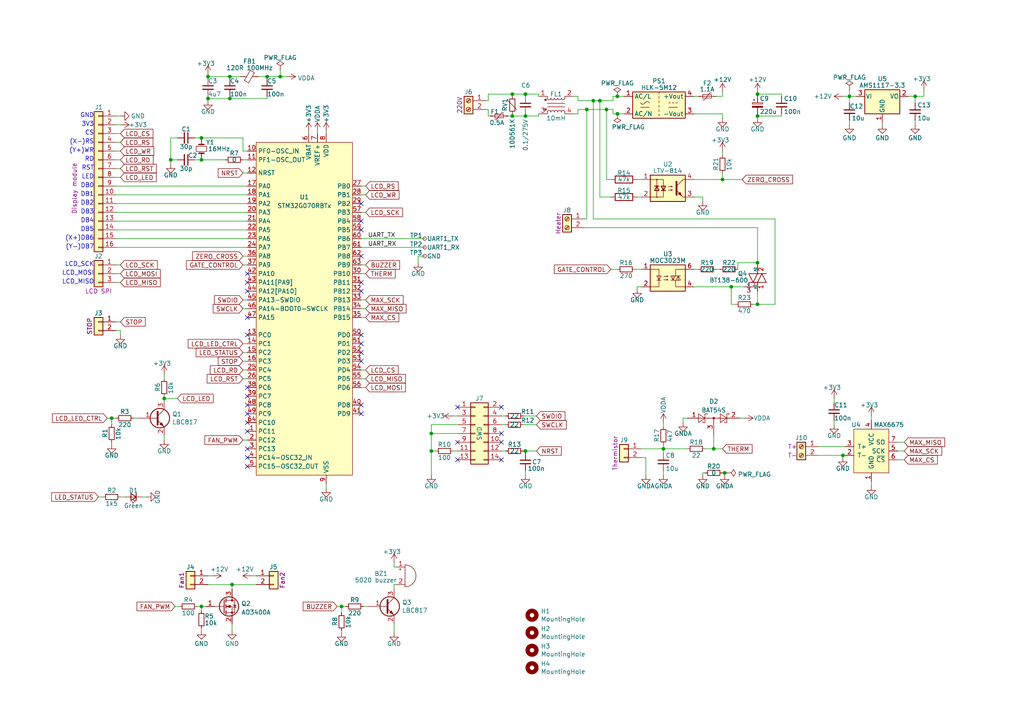
<source format=kicad_sch>
(kicad_sch (version 20211123) (generator eeschema)

  (uuid 70d5c94e-4b51-493e-80c5-98d2c2b0b85e)

  (paper "A4")

  

  (junction (at 179.07 33.02) (diameter 0) (color 0 0 0 0)
    (uuid 10d1282e-eda3-45e9-a948-3e5c9e05abd3)
  )
  (junction (at 125.095 130.81) (diameter 0) (color 0 0 0 0)
    (uuid 178eba62-bb03-4037-9b55-9f471fd5a5bf)
  )
  (junction (at 49.53 46.355) (diameter 0) (color 0 0 0 0)
    (uuid 18a5a8c7-664c-4a54-ba94-aa4f683fee93)
  )
  (junction (at 265.43 27.94) (diameter 0) (color 0 0 0 0)
    (uuid 2674fe2f-e560-40cc-bad9-2801cb6ee12d)
  )
  (junction (at 246.38 27.94) (diameter 0) (color 0 0 0 0)
    (uuid 2813f6f8-790e-4537-9314-18df1ad26b23)
  )
  (junction (at 192.405 130.175) (diameter 0) (color 0 0 0 0)
    (uuid 2a524186-8a30-4949-8c8b-de559e75c8fd)
  )
  (junction (at 219.71 27.305) (diameter 0) (color 0 0 0 0)
    (uuid 2a943c7c-1ab2-40d8-bb61-3e21e93c3d07)
  )
  (junction (at 81.28 22.225) (diameter 0) (color 0 0 0 0)
    (uuid 32f9f031-3a7d-436b-a697-64db254e9f48)
  )
  (junction (at 32.385 121.285) (diameter 0) (color 0 0 0 0)
    (uuid 3806f52e-f776-4ec5-a0b2-37172e8b24b3)
  )
  (junction (at 125.095 125.73) (diameter 0) (color 0 0 0 0)
    (uuid 4a66b485-3cc5-4737-bd32-71657bb2cb00)
  )
  (junction (at 244.475 132.08) (diameter 0) (color 0 0 0 0)
    (uuid 4b0034b3-1b35-4be3-9120-e386c0163984)
  )
  (junction (at 77.47 22.225) (diameter 0) (color 0 0 0 0)
    (uuid 5375496c-16d3-4105-a1bd-44d0c66b47f7)
  )
  (junction (at 148.59 27.305) (diameter 0) (color 0 0 0 0)
    (uuid 5d8b740b-10bb-4bd2-aef0-89f5e4f46082)
  )
  (junction (at 175.895 31.75) (diameter 0) (color 0 0 0 0)
    (uuid 66ba1dbe-d797-4e4a-a4a0-cf74c21e2e86)
  )
  (junction (at 219.71 88.265) (diameter 0) (color 0 0 0 0)
    (uuid 67217886-8bbe-450c-bb8f-4a9c1c7eb7fe)
  )
  (junction (at 207.01 130.175) (diameter 0) (color 0 0 0 0)
    (uuid 6fa7d3c8-48cf-4d15-9fd3-43ed9300ac40)
  )
  (junction (at 209.55 52.07) (diameter 0) (color 0 0 0 0)
    (uuid 7402d442-a518-4f43-b83e-0e510efb64dd)
  )
  (junction (at 58.42 46.355) (diameter 0) (color 0 0 0 0)
    (uuid 75629cf6-1307-4c7e-ad40-dcb91ba16500)
  )
  (junction (at 152.4 27.305) (diameter 0) (color 0 0 0 0)
    (uuid 7669ec0a-426d-431a-ab1e-41c7e1ba9adf)
  )
  (junction (at 219.71 33.655) (diameter 0) (color 0 0 0 0)
    (uuid 85ca8925-6218-41d4-93ba-da83f606f910)
  )
  (junction (at 60.325 22.225) (diameter 0) (color 0 0 0 0)
    (uuid 87a032de-a869-49e6-b7e9-ffa0f10e2125)
  )
  (junction (at 148.59 33.655) (diameter 0) (color 0 0 0 0)
    (uuid 88673e66-d0d6-4a78-95f3-366baed8a65e)
  )
  (junction (at 210.185 137.16) (diameter 0) (color 0 0 0 0)
    (uuid 8da47eee-3165-4ffc-9fe4-61dd0dfa8ee8)
  )
  (junction (at 152.4 130.81) (diameter 0) (color 0 0 0 0)
    (uuid 92d302e0-db9a-4c4f-9f2c-34a8139517e5)
  )
  (junction (at 66.675 28.575) (diameter 0) (color 0 0 0 0)
    (uuid 955d7b53-c4b6-4346-ab04-2bac98fc9271)
  )
  (junction (at 212.09 83.185) (diameter 0) (color 0 0 0 0)
    (uuid 9820d6a2-96c1-4222-a96f-190be4642f26)
  )
  (junction (at 173.99 29.21) (diameter 0) (color 0 0 0 0)
    (uuid 98a1eea8-44a8-4a47-a427-e6cc41ebeafa)
  )
  (junction (at 172.085 29.21) (diameter 0) (color 0 0 0 0)
    (uuid 9aeb0cf7-682f-4953-a0c3-3444543cb436)
  )
  (junction (at 99.06 175.895) (diameter 0) (color 0 0 0 0)
    (uuid a7262465-6d9e-473a-bae3-ccbd4c7c4efa)
  )
  (junction (at 152.4 33.655) (diameter 0) (color 0 0 0 0)
    (uuid ae865a34-f421-4602-8c0e-fa7d06aa340e)
  )
  (junction (at 66.675 22.225) (diameter 0) (color 0 0 0 0)
    (uuid b1074374-f8c2-4c2d-9e63-777bc2947e26)
  )
  (junction (at 58.42 175.895) (diameter 0) (color 0 0 0 0)
    (uuid c0f903a9-00d7-4fad-ae1f-a8d69388ada8)
  )
  (junction (at 179.07 27.94) (diameter 0) (color 0 0 0 0)
    (uuid c773af5b-01b9-41bd-9805-08e47da79272)
  )
  (junction (at 170.18 31.75) (diameter 0) (color 0 0 0 0)
    (uuid cf99398f-5141-41cb-a9b8-f96be19e0226)
  )
  (junction (at 60.325 28.575) (diameter 0) (color 0 0 0 0)
    (uuid d3db1909-0dcc-44b7-b5eb-6b4eeb1acfa4)
  )
  (junction (at 58.42 40.005) (diameter 0) (color 0 0 0 0)
    (uuid e21e7e25-a7e8-4cb4-8e43-6e8f2e737d61)
  )
  (junction (at 47.625 115.57) (diameter 0) (color 0 0 0 0)
    (uuid e2b0dcc3-8ec2-4312-9923-d633e2ecacb5)
  )
  (junction (at 67.31 169.545) (diameter 0) (color 0 0 0 0)
    (uuid e9b73433-5613-4340-80df-b7e982d63d63)
  )
  (junction (at 219.71 76.2) (diameter 0) (color 0 0 0 0)
    (uuid f896ae27-bcdf-4350-ad6f-7b06190d5c77)
  )

  (no_connect (at 71.755 114.935) (uuid 02a0e8ca-1285-40f1-830a-fd6772d26e9e))
  (no_connect (at 71.755 130.175) (uuid 120c25cd-b48f-4118-8a11-8d340ac5b9ec))
  (no_connect (at 71.755 125.095) (uuid 13c8acdf-a53f-4840-8513-f27fcda50062))
  (no_connect (at 71.755 84.455) (uuid 231fb950-1955-44dc-88c0-205679e6be90))
  (no_connect (at 132.715 128.27) (uuid 29ccae83-b57f-48a8-abd1-e3ee2ed14c2b))
  (no_connect (at 145.415 133.35) (uuid 398b3637-6d4b-4338-b931-145a208eb5ac))
  (no_connect (at 104.775 84.455) (uuid 3cbaa695-625d-43c5-9799-d8a064245347))
  (no_connect (at 71.755 135.255) (uuid 58ddb0a5-68f2-4c92-bd26-a913a9056cbc))
  (no_connect (at 104.775 81.915) (uuid 5c494ac1-1540-4c8e-8831-34bbb571c120))
  (no_connect (at 104.775 120.015) (uuid 622eb112-b737-4b9c-92c8-3ba3a6c8215b))
  (no_connect (at 104.775 102.235) (uuid 62dee897-2e05-4958-b89e-91d5a11634bb))
  (no_connect (at 145.415 128.27) (uuid 6b8ee2cc-cd08-4e8d-9045-6b62ac3ba79f))
  (no_connect (at 71.755 81.915) (uuid 729964a8-5452-4e86-9f32-e1f2d6aae048))
  (no_connect (at 71.755 97.155) (uuid 7c2f64c1-84c7-447a-bf07-5e2cfb5a8ead))
  (no_connect (at 71.755 120.015) (uuid 7f5c9fab-9fd4-44ad-abcf-7d891e2d2080))
  (no_connect (at 104.775 97.155) (uuid 803d3936-1234-48b3-b783-725ed3d1872b))
  (no_connect (at 145.415 118.11) (uuid 8744691b-6641-436e-9f46-a8d48ce27583))
  (no_connect (at 104.775 99.695) (uuid 89f2040c-1b88-4ada-b27f-7fe5ff355b3c))
  (no_connect (at 71.755 92.075) (uuid 93010cf3-63f8-4b68-9d6c-045dbc2f694e))
  (no_connect (at 71.755 132.715) (uuid bb6588e9-a9ff-473e-a628-11e627baf898))
  (no_connect (at 71.755 79.375) (uuid bb7c6493-2b1d-481a-8549-a2bf084febff))
  (no_connect (at 104.775 104.775) (uuid c0abdffa-7a3e-4939-9f6c-a2662f359cd8))
  (no_connect (at 132.715 133.35) (uuid c4265f23-a72b-4efe-9397-f668a170c441))
  (no_connect (at 104.775 117.475) (uuid c6df1aad-79b6-4b02-b9c4-8c9e977ce511))
  (no_connect (at 71.755 117.475) (uuid cffaf50c-0cf6-4e1e-9920-d70b70154d57))
  (no_connect (at 104.775 66.675) (uuid d63d23db-05cd-4b6f-99af-9abae33759ed))
  (no_connect (at 104.775 74.295) (uuid d63d23db-05cd-4b6f-99af-9abae33759ee))
  (no_connect (at 104.775 64.135) (uuid d63d23db-05cd-4b6f-99af-9abae33759ef))
  (no_connect (at 132.715 118.11) (uuid d66678ba-b776-40e5-b647-81b29a23c0cf))
  (no_connect (at 71.755 112.395) (uuid ecf2293c-0457-4b5d-91a1-8249fea43123))
  (no_connect (at 71.755 122.555) (uuid f0b9537d-50f2-4a4e-8743-f58c7a0b499e))
  (no_connect (at 145.415 125.73) (uuid f3f3afbf-cdc2-4821-bd58-e917acce0b45))
  (no_connect (at 104.775 59.055) (uuid f73c516f-b57a-4220-9960-8cb4dba9027c))

  (wire (pts (xy 219.71 88.265) (xy 219.71 84.455))
    (stroke (width 0) (type default) (color 0 0 0 0))
    (uuid 0021461e-29f3-423e-9587-5901802d71b2)
  )
  (wire (pts (xy 167.64 29.21) (xy 172.085 29.21))
    (stroke (width 0) (type default) (color 0 0 0 0))
    (uuid 007ce7f0-c2c3-4aaa-82bb-fdf3c8562e05)
  )
  (wire (pts (xy 58.42 175.895) (xy 59.69 175.895))
    (stroke (width 0) (type default) (color 0 0 0 0))
    (uuid 00ab1310-3a4b-4ee9-8d79-777dcf16f212)
  )
  (wire (pts (xy 70.485 104.775) (xy 71.755 104.775))
    (stroke (width 0) (type default) (color 0 0 0 0))
    (uuid 012e6a48-1ff4-4d3f-ba21-915f00c9e26d)
  )
  (wire (pts (xy 71.755 86.995) (xy 70.485 86.995))
    (stroke (width 0) (type default) (color 0 0 0 0))
    (uuid 0144d383-eac1-4f04-b205-b70cb20a560d)
  )
  (wire (pts (xy 33.655 56.515) (xy 71.755 56.515))
    (stroke (width 0) (type default) (color 0 0 0 0))
    (uuid 01c58a7e-d6b5-40d0-bda4-8ccd186d7beb)
  )
  (wire (pts (xy 201.295 33.02) (xy 209.55 33.02))
    (stroke (width 0) (type default) (color 0 0 0 0))
    (uuid 022babd2-5db8-4723-9f7d-bcb28a887d46)
  )
  (wire (pts (xy 51.435 40.005) (xy 49.53 40.005))
    (stroke (width 0) (type default) (color 0 0 0 0))
    (uuid 03d6590e-4c39-45de-88db-ceaf49cd88fc)
  )
  (wire (pts (xy 169.545 63.5) (xy 170.18 63.5))
    (stroke (width 0) (type default) (color 0 0 0 0))
    (uuid 0573d05d-d8de-470a-a9c2-1610483fd700)
  )
  (wire (pts (xy 104.775 69.215) (xy 123.19 69.215))
    (stroke (width 0) (type default) (color 0 0 0 0))
    (uuid 066e8e26-4711-4f62-9f42-df6e54e78b18)
  )
  (wire (pts (xy 70.485 43.815) (xy 71.755 43.815))
    (stroke (width 0) (type default) (color 0 0 0 0))
    (uuid 073ed338-2da0-4d4d-b98b-17c345cd2540)
  )
  (wire (pts (xy 219.71 33.655) (xy 219.71 33.02))
    (stroke (width 0) (type default) (color 0 0 0 0))
    (uuid 0aac980a-4e18-4f80-9bc9-0aef6e9345e6)
  )
  (wire (pts (xy 60.325 22.225) (xy 60.325 22.86))
    (stroke (width 0) (type default) (color 0 0 0 0))
    (uuid 0ac91038-65c9-45fa-a371-6b1c8ee2fd8d)
  )
  (wire (pts (xy 177.8 31.75) (xy 177.8 33.02))
    (stroke (width 0) (type default) (color 0 0 0 0))
    (uuid 0b4f6b92-2b02-4121-925d-528fb47994ff)
  )
  (wire (pts (xy 121.285 74.295) (xy 121.285 76.2))
    (stroke (width 0) (type default) (color 0 0 0 0))
    (uuid 0da35be7-ed3b-4496-9bd7-6746ce122503)
  )
  (wire (pts (xy 192.405 130.175) (xy 199.39 130.175))
    (stroke (width 0) (type default) (color 0 0 0 0))
    (uuid 0dfa5151-f145-4af5-a82a-3762f0478d22)
  )
  (wire (pts (xy 67.31 180.975) (xy 67.31 182.88))
    (stroke (width 0) (type default) (color 0 0 0 0))
    (uuid 0e7d0507-1a25-47db-b391-eebe906ef052)
  )
  (wire (pts (xy 201.295 78.105) (xy 202.565 78.105))
    (stroke (width 0) (type default) (color 0 0 0 0))
    (uuid 0ed25811-49a6-4f41-a7b9-8fd7e354f294)
  )
  (wire (pts (xy 106.045 61.595) (xy 104.775 61.595))
    (stroke (width 0) (type default) (color 0 0 0 0))
    (uuid 12d6ccd4-0ece-4fd3-b388-f80fe4a9f526)
  )
  (wire (pts (xy 260.35 128.27) (xy 262.255 128.27))
    (stroke (width 0) (type default) (color 0 0 0 0))
    (uuid 146cb325-707a-497b-a051-8670d8e32009)
  )
  (wire (pts (xy 224.79 88.265) (xy 224.79 63.5))
    (stroke (width 0) (type default) (color 0 0 0 0))
    (uuid 14e94641-5b7e-45fa-aa63-d7f60ae2f28e)
  )
  (wire (pts (xy 203.835 137.16) (xy 204.47 137.16))
    (stroke (width 0) (type default) (color 0 0 0 0))
    (uuid 151f31cd-ebd1-403e-b171-6bc15a04fc5c)
  )
  (wire (pts (xy 219.71 76.2) (xy 219.71 76.835))
    (stroke (width 0) (type default) (color 0 0 0 0))
    (uuid 15ac11b4-6f83-4265-8708-9a1c8046cc27)
  )
  (wire (pts (xy 172.085 63.5) (xy 172.085 29.21))
    (stroke (width 0) (type default) (color 0 0 0 0))
    (uuid 169bf69e-01f6-48a1-a981-713ab5457cd2)
  )
  (wire (pts (xy 219.71 66.04) (xy 219.71 76.2))
    (stroke (width 0) (type default) (color 0 0 0 0))
    (uuid 17346005-ee7a-448a-98ca-695574ed6db0)
  )
  (wire (pts (xy 58.42 46.355) (xy 65.405 46.355))
    (stroke (width 0) (type default) (color 0 0 0 0))
    (uuid 17908aa3-3d4d-4772-9eac-9638d5436758)
  )
  (wire (pts (xy 267.97 27.94) (xy 265.43 27.94))
    (stroke (width 0) (type default) (color 0 0 0 0))
    (uuid 1a386317-bdf0-4bfe-ada3-a80fd004c070)
  )
  (wire (pts (xy 125.095 125.73) (xy 125.095 130.81))
    (stroke (width 0) (type default) (color 0 0 0 0))
    (uuid 1af33c80-2561-4b1e-b204-f83de0f09f67)
  )
  (wire (pts (xy 33.655 41.275) (xy 34.925 41.275))
    (stroke (width 0) (type default) (color 0 0 0 0))
    (uuid 1cd9e01c-20f6-4a19-a03b-9c286a691e93)
  )
  (wire (pts (xy 246.38 26.035) (xy 246.38 27.94))
    (stroke (width 0) (type default) (color 0 0 0 0))
    (uuid 1cf0ee07-09b4-4188-acb1-826fb352eda1)
  )
  (wire (pts (xy 241.935 121.92) (xy 241.935 123.19))
    (stroke (width 0) (type default) (color 0 0 0 0))
    (uuid 1d773b12-42af-472a-b205-8d8884bf8bf5)
  )
  (wire (pts (xy 241.935 115.57) (xy 241.935 116.84))
    (stroke (width 0) (type default) (color 0 0 0 0))
    (uuid 1dcb7028-30dc-4be3-9d1c-b06404d833e8)
  )
  (wire (pts (xy 186.055 83.185) (xy 184.785 83.185))
    (stroke (width 0) (type default) (color 0 0 0 0))
    (uuid 1e611147-23a0-46d4-bc28-c8e2431653bc)
  )
  (wire (pts (xy 145.415 120.65) (xy 146.685 120.65))
    (stroke (width 0) (type default) (color 0 0 0 0))
    (uuid 1f7ff77e-d427-4fb7-b5a8-84efa7a2c4ce)
  )
  (wire (pts (xy 33.655 81.915) (xy 34.925 81.915))
    (stroke (width 0) (type default) (color 0 0 0 0))
    (uuid 1fcf8551-87f7-4810-9cef-24f2e85198c9)
  )
  (wire (pts (xy 145.415 130.81) (xy 146.685 130.81))
    (stroke (width 0) (type default) (color 0 0 0 0))
    (uuid 2119aee8-1a12-4149-9899-d7d5887b62e7)
  )
  (wire (pts (xy 33.655 69.215) (xy 71.755 69.215))
    (stroke (width 0) (type default) (color 0 0 0 0))
    (uuid 229ea638-20c6-4b22-9c8e-9a21c25f3c04)
  )
  (wire (pts (xy 33.655 48.895) (xy 34.925 48.895))
    (stroke (width 0) (type default) (color 0 0 0 0))
    (uuid 231e9158-cad2-4d0a-9a44-7e94496c6105)
  )
  (wire (pts (xy 60.325 21.59) (xy 60.325 22.225))
    (stroke (width 0) (type default) (color 0 0 0 0))
    (uuid 2427064f-e22e-426c-86ce-bac1c0f4a05c)
  )
  (wire (pts (xy 77.47 28.575) (xy 66.675 28.575))
    (stroke (width 0) (type default) (color 0 0 0 0))
    (uuid 252ba6a7-e71e-4a0f-a62a-bb1dfd96477a)
  )
  (wire (pts (xy 219.71 33.655) (xy 226.695 33.655))
    (stroke (width 0) (type default) (color 0 0 0 0))
    (uuid 26be7da3-3add-4daf-b009-21aa81320c47)
  )
  (wire (pts (xy 73.025 167.005) (xy 74.295 167.005))
    (stroke (width 0) (type default) (color 0 0 0 0))
    (uuid 284a0d2b-52e7-47d2-a9f8-25e4857b1108)
  )
  (wire (pts (xy 114.3 163.195) (xy 114.3 164.465))
    (stroke (width 0) (type default) (color 0 0 0 0))
    (uuid 298d4d5f-e2a3-4d61-a537-807b78ffd3a6)
  )
  (wire (pts (xy 104.775 79.375) (xy 106.045 79.375))
    (stroke (width 0) (type default) (color 0 0 0 0))
    (uuid 2b2987f5-ce94-4e64-b0d0-4b4a038748d4)
  )
  (wire (pts (xy 184.785 57.15) (xy 186.055 57.15))
    (stroke (width 0) (type default) (color 0 0 0 0))
    (uuid 2b54976f-acfa-4453-91b9-5be6fb009020)
  )
  (wire (pts (xy 260.35 130.81) (xy 262.255 130.81))
    (stroke (width 0) (type default) (color 0 0 0 0))
    (uuid 2c7cf1f3-1c7a-4fdc-abae-1ff2b4a13bf0)
  )
  (wire (pts (xy 114.3 170.815) (xy 114.3 169.545))
    (stroke (width 0) (type default) (color 0 0 0 0))
    (uuid 2e2ff7e0-e2d0-466c-8128-1fd106af9edb)
  )
  (wire (pts (xy 33.655 46.355) (xy 34.925 46.355))
    (stroke (width 0) (type default) (color 0 0 0 0))
    (uuid 2f2a549e-bb0e-47a8-ab2e-14d62e38d710)
  )
  (wire (pts (xy 58.42 40.64) (xy 58.42 40.005))
    (stroke (width 0) (type default) (color 0 0 0 0))
    (uuid 2f7478d0-9cff-402b-8554-c7a0b329b89a)
  )
  (wire (pts (xy 198.12 122.555) (xy 198.12 121.285))
    (stroke (width 0) (type default) (color 0 0 0 0))
    (uuid 312e8498-08e2-4ed6-bff3-351c87d1d82d)
  )
  (wire (pts (xy 184.15 78.105) (xy 186.055 78.105))
    (stroke (width 0) (type default) (color 0 0 0 0))
    (uuid 328ea336-6d64-44fe-a15f-5d6c55b12ff5)
  )
  (wire (pts (xy 219.71 27.305) (xy 219.71 26.67))
    (stroke (width 0) (type default) (color 0 0 0 0))
    (uuid 32c83969-feb6-45ec-b6b8-e008c73cd0c6)
  )
  (wire (pts (xy 152.4 131.445) (xy 152.4 130.81))
    (stroke (width 0) (type default) (color 0 0 0 0))
    (uuid 340bd1ac-de65-4ae6-901d-42870f8619a6)
  )
  (wire (pts (xy 33.655 53.975) (xy 71.755 53.975))
    (stroke (width 0) (type default) (color 0 0 0 0))
    (uuid 3542be4e-b4ee-45a1-9d63-f53e37486c50)
  )
  (wire (pts (xy 125.095 130.81) (xy 126.365 130.81))
    (stroke (width 0) (type default) (color 0 0 0 0))
    (uuid 364c1969-f137-4838-90c1-928bd9479741)
  )
  (wire (pts (xy 56.515 46.355) (xy 58.42 46.355))
    (stroke (width 0) (type default) (color 0 0 0 0))
    (uuid 3752a0c4-1dcb-49d4-a2e5-80549881d80e)
  )
  (wire (pts (xy 187.325 132.715) (xy 186.055 132.715))
    (stroke (width 0) (type default) (color 0 0 0 0))
    (uuid 3bdc0e83-6cc4-46b1-b021-984a1e7cffe1)
  )
  (wire (pts (xy 172.085 29.21) (xy 173.99 29.21))
    (stroke (width 0) (type default) (color 0 0 0 0))
    (uuid 3c1523fb-19b3-415e-8bee-782669dbda4d)
  )
  (wire (pts (xy 81.28 22.225) (xy 77.47 22.225))
    (stroke (width 0) (type default) (color 0 0 0 0))
    (uuid 3cd7d5c3-9d51-4310-bc8d-6d3dd49a26cb)
  )
  (wire (pts (xy 114.3 164.465) (xy 114.935 164.465))
    (stroke (width 0) (type default) (color 0 0 0 0))
    (uuid 3e24501e-5c37-4797-b79d-2a21bbc58639)
  )
  (wire (pts (xy 70.485 127.635) (xy 71.755 127.635))
    (stroke (width 0) (type default) (color 0 0 0 0))
    (uuid 3e438bf2-5d45-4fe2-893d-8d01133768aa)
  )
  (wire (pts (xy 94.615 38.735) (xy 94.615 38.1))
    (stroke (width 0) (type default) (color 0 0 0 0))
    (uuid 41254fb2-5180-46c8-85b6-c57dbbb63d57)
  )
  (wire (pts (xy 213.36 88.265) (xy 212.09 88.265))
    (stroke (width 0) (type default) (color 0 0 0 0))
    (uuid 413ad3e7-dc04-4a32-acc3-cccdeed34133)
  )
  (wire (pts (xy 33.655 64.135) (xy 71.755 64.135))
    (stroke (width 0) (type default) (color 0 0 0 0))
    (uuid 44a25521-3a36-43dc-86e3-dee410723620)
  )
  (wire (pts (xy 132.715 120.65) (xy 131.445 120.65))
    (stroke (width 0) (type default) (color 0 0 0 0))
    (uuid 44fd9920-f365-4de2-a0ed-67ea47900838)
  )
  (wire (pts (xy 32.385 121.285) (xy 32.385 123.19))
    (stroke (width 0) (type default) (color 0 0 0 0))
    (uuid 459c61eb-9f32-4788-97e9-e10295993852)
  )
  (wire (pts (xy 50.8 175.895) (xy 52.07 175.895))
    (stroke (width 0) (type default) (color 0 0 0 0))
    (uuid 485db09e-08b8-4ebf-8505-c093f7bcc081)
  )
  (wire (pts (xy 267.97 26.035) (xy 267.97 27.94))
    (stroke (width 0) (type default) (color 0 0 0 0))
    (uuid 4c33aebc-da00-4a30-aa22-90bebf81a76f)
  )
  (wire (pts (xy 184.785 52.07) (xy 186.055 52.07))
    (stroke (width 0) (type default) (color 0 0 0 0))
    (uuid 4c437070-8a96-4794-8415-41de164051c8)
  )
  (wire (pts (xy 260.35 133.35) (xy 262.255 133.35))
    (stroke (width 0) (type default) (color 0 0 0 0))
    (uuid 4ce33d32-0190-468e-9609-9d0da1c506d1)
  )
  (wire (pts (xy 244.475 132.715) (xy 244.475 132.08))
    (stroke (width 0) (type default) (color 0 0 0 0))
    (uuid 4e5691f8-785f-45e7-b4f7-8fef0e7a06be)
  )
  (wire (pts (xy 106.68 175.895) (xy 105.41 175.895))
    (stroke (width 0) (type default) (color 0 0 0 0))
    (uuid 4f55e4bd-bb3b-4ee3-9afc-f86399ee41f4)
  )
  (wire (pts (xy 33.655 43.815) (xy 34.925 43.815))
    (stroke (width 0) (type default) (color 0 0 0 0))
    (uuid 5010040e-1fa2-478d-ad5c-c5a5ed31e76a)
  )
  (wire (pts (xy 34.925 95.885) (xy 33.655 95.885))
    (stroke (width 0) (type default) (color 0 0 0 0))
    (uuid 50956549-6d1d-497b-9d30-82d9190ecd95)
  )
  (wire (pts (xy 265.43 36.195) (xy 265.43 34.925))
    (stroke (width 0) (type default) (color 0 0 0 0))
    (uuid 5160db40-f61a-48bf-88b4-bb5ac60e8c5c)
  )
  (wire (pts (xy 99.06 175.895) (xy 99.06 177.8))
    (stroke (width 0) (type default) (color 0 0 0 0))
    (uuid 51748198-6651-4d5f-91c6-5c932877469e)
  )
  (wire (pts (xy 244.475 27.94) (xy 246.38 27.94))
    (stroke (width 0) (type default) (color 0 0 0 0))
    (uuid 51fa0dae-5c5d-43be-a032-d5e704105e36)
  )
  (wire (pts (xy 99.06 175.895) (xy 97.79 175.895))
    (stroke (width 0) (type default) (color 0 0 0 0))
    (uuid 52cc17ab-1c7d-46ef-bd12-7cdc557dea44)
  )
  (wire (pts (xy 179.07 33.02) (xy 180.975 33.02))
    (stroke (width 0) (type default) (color 0 0 0 0))
    (uuid 53db0dc0-dfcf-4bc3-86dc-ffaf3adceda5)
  )
  (wire (pts (xy 70.485 50.165) (xy 71.755 50.165))
    (stroke (width 0) (type default) (color 0 0 0 0))
    (uuid 54c86742-77c6-4e83-b5ac-c3d2c7e1ffbf)
  )
  (wire (pts (xy 33.655 59.055) (xy 71.755 59.055))
    (stroke (width 0) (type default) (color 0 0 0 0))
    (uuid 553624ab-59cc-4b73-ba66-e480e762af82)
  )
  (wire (pts (xy 209.55 33.02) (xy 209.55 34.29))
    (stroke (width 0) (type default) (color 0 0 0 0))
    (uuid 5562c925-f045-40b8-92d6-6b7d2804d02e)
  )
  (wire (pts (xy 33.655 38.735) (xy 34.925 38.735))
    (stroke (width 0) (type default) (color 0 0 0 0))
    (uuid 5979264b-6afe-4e22-96c5-3f71a986ef24)
  )
  (wire (pts (xy 99.06 182.88) (xy 99.06 183.515))
    (stroke (width 0) (type default) (color 0 0 0 0))
    (uuid 5a6e0996-726c-4734-b732-4de754e0fd61)
  )
  (wire (pts (xy 219.71 88.265) (xy 224.79 88.265))
    (stroke (width 0) (type default) (color 0 0 0 0))
    (uuid 5a9fc432-e44b-4e3c-9c3d-22a69730a0bd)
  )
  (wire (pts (xy 47.625 114.935) (xy 47.625 115.57))
    (stroke (width 0) (type default) (color 0 0 0 0))
    (uuid 5d7c9844-6843-4bf4-8e02-546ebb64d2b1)
  )
  (wire (pts (xy 66.675 27.94) (xy 66.675 28.575))
    (stroke (width 0) (type default) (color 0 0 0 0))
    (uuid 5dca9511-d8cd-4147-bd9f-31dd1bd1dd6d)
  )
  (wire (pts (xy 212.09 83.185) (xy 215.9 83.185))
    (stroke (width 0) (type default) (color 0 0 0 0))
    (uuid 5ee0bac8-a1bf-47f5-851e-f3aa88aed95e)
  )
  (wire (pts (xy 145.415 123.19) (xy 146.685 123.19))
    (stroke (width 0) (type default) (color 0 0 0 0))
    (uuid 5f0421c7-6eee-4199-9d9a-3d8bc1ed0d8d)
  )
  (wire (pts (xy 34.925 93.345) (xy 33.655 93.345))
    (stroke (width 0) (type default) (color 0 0 0 0))
    (uuid 5f532fb3-61a0-4311-84e3-980da4cac791)
  )
  (wire (pts (xy 131.445 130.81) (xy 132.715 130.81))
    (stroke (width 0) (type default) (color 0 0 0 0))
    (uuid 5f54bcb8-0a80-47c7-a329-d6dcc9d5f1fd)
  )
  (wire (pts (xy 104.775 56.515) (xy 106.045 56.515))
    (stroke (width 0) (type default) (color 0 0 0 0))
    (uuid 5ffe049d-d6ca-4d4b-9828-4de9d6b65180)
  )
  (wire (pts (xy 187.325 137.795) (xy 187.325 132.715))
    (stroke (width 0) (type default) (color 0 0 0 0))
    (uuid 604bd3df-937d-4be0-9c3f-52ae19fce0ab)
  )
  (wire (pts (xy 213.995 78.105) (xy 213.995 76.2))
    (stroke (width 0) (type default) (color 0 0 0 0))
    (uuid 609e9a3c-4516-495e-9fd2-c9a2d058a806)
  )
  (wire (pts (xy 49.53 46.355) (xy 49.53 47.625))
    (stroke (width 0) (type default) (color 0 0 0 0))
    (uuid 63a9b380-5a3c-44f9-8357-42fca1d949d7)
  )
  (wire (pts (xy 148.59 27.305) (xy 148.59 27.94))
    (stroke (width 0) (type default) (color 0 0 0 0))
    (uuid 6427b149-8335-42f9-beab-08f2b86f5d01)
  )
  (wire (pts (xy 170.18 31.75) (xy 175.895 31.75))
    (stroke (width 0) (type default) (color 0 0 0 0))
    (uuid 651f9eb4-002d-4a2c-aa75-227371ea604a)
  )
  (wire (pts (xy 34.925 144.145) (xy 36.195 144.145))
    (stroke (width 0) (type default) (color 0 0 0 0))
    (uuid 661a5444-c2d9-4db8-959d-373e0df196f7)
  )
  (wire (pts (xy 125.095 130.81) (xy 125.095 137.795))
    (stroke (width 0) (type default) (color 0 0 0 0))
    (uuid 66c44345-8bca-45e9-b3f5-ca66e11b59b3)
  )
  (wire (pts (xy 209.55 43.815) (xy 209.55 45.085))
    (stroke (width 0) (type default) (color 0 0 0 0))
    (uuid 69ae94e7-48ef-4f42-8265-cacf71aebd13)
  )
  (wire (pts (xy 152.4 27.305) (xy 152.4 27.94))
    (stroke (width 0) (type default) (color 0 0 0 0))
    (uuid 6a1441f2-4627-4d36-b4cf-a5aeac796080)
  )
  (wire (pts (xy 186.055 130.175) (xy 192.405 130.175))
    (stroke (width 0) (type default) (color 0 0 0 0))
    (uuid 6a50f686-04a8-43bf-8595-9ee16fa9220b)
  )
  (wire (pts (xy 125.095 123.19) (xy 125.095 125.73))
    (stroke (width 0) (type default) (color 0 0 0 0))
    (uuid 6b1ccedd-d6e8-4ff3-b0a9-a40316cd89d5)
  )
  (wire (pts (xy 47.625 115.57) (xy 51.435 115.57))
    (stroke (width 0) (type default) (color 0 0 0 0))
    (uuid 6c52db09-1cb8-4628-b97d-cd400f82756a)
  )
  (wire (pts (xy 219.71 27.305) (xy 226.695 27.305))
    (stroke (width 0) (type default) (color 0 0 0 0))
    (uuid 6ca4801d-06e0-479b-9dd7-7f378b83911c)
  )
  (wire (pts (xy 177.165 78.105) (xy 179.07 78.105))
    (stroke (width 0) (type default) (color 0 0 0 0))
    (uuid 6cec7a00-1c0a-4b85-ba0d-b68674bbf602)
  )
  (wire (pts (xy 104.775 86.995) (xy 106.045 86.995))
    (stroke (width 0) (type default) (color 0 0 0 0))
    (uuid 6e247e44-f717-4a85-8038-5e0ee1c1b729)
  )
  (wire (pts (xy 60.325 27.94) (xy 60.325 28.575))
    (stroke (width 0) (type default) (color 0 0 0 0))
    (uuid 6eabda4d-213f-4d12-bb0f-841999959543)
  )
  (wire (pts (xy 177.165 52.07) (xy 175.895 52.07))
    (stroke (width 0) (type default) (color 0 0 0 0))
    (uuid 6ebd19aa-16b0-4a2f-b643-07e07cf69388)
  )
  (wire (pts (xy 74.295 169.545) (xy 67.31 169.545))
    (stroke (width 0) (type default) (color 0 0 0 0))
    (uuid 7012ddf8-ad0b-4f65-8ed8-2bb9cfc77198)
  )
  (wire (pts (xy 34.925 97.155) (xy 34.925 95.885))
    (stroke (width 0) (type default) (color 0 0 0 0))
    (uuid 716a1d72-a69c-4b20-af6a-6f6a6d12d249)
  )
  (wire (pts (xy 66.675 28.575) (xy 60.325 28.575))
    (stroke (width 0) (type default) (color 0 0 0 0))
    (uuid 72b4f67e-72f2-4c23-86d4-e502e953015e)
  )
  (wire (pts (xy 252.73 121.92) (xy 252.73 120.65))
    (stroke (width 0) (type default) (color 0 0 0 0))
    (uuid 7360f44e-c228-43ab-b4c0-fe6c5d0838f3)
  )
  (wire (pts (xy 167.64 29.21) (xy 167.64 27.94))
    (stroke (width 0) (type default) (color 0 0 0 0))
    (uuid 74362be6-c139-4054-8806-c3e14c558bd1)
  )
  (wire (pts (xy 60.325 28.575) (xy 60.325 29.21))
    (stroke (width 0) (type default) (color 0 0 0 0))
    (uuid 75d5fb48-948d-4648-887f-a9c863b86061)
  )
  (wire (pts (xy 210.185 137.16) (xy 210.82 137.16))
    (stroke (width 0) (type default) (color 0 0 0 0))
    (uuid 77a7f791-b935-4328-8ff0-70e4550244e8)
  )
  (wire (pts (xy 141.605 29.21) (xy 141.605 27.305))
    (stroke (width 0) (type default) (color 0 0 0 0))
    (uuid 791bdc83-6e52-492f-879a-979353ad853f)
  )
  (wire (pts (xy 177.8 29.21) (xy 177.8 27.94))
    (stroke (width 0) (type default) (color 0 0 0 0))
    (uuid 795b2203-8956-48d7-9017-c5a4422098f1)
  )
  (wire (pts (xy 207.645 27.94) (xy 209.55 27.94))
    (stroke (width 0) (type default) (color 0 0 0 0))
    (uuid 79a209df-6e02-4e05-917f-9293986be211)
  )
  (wire (pts (xy 175.895 52.07) (xy 175.895 31.75))
    (stroke (width 0) (type default) (color 0 0 0 0))
    (uuid 7a83ac6a-0e04-4867-b6b9-8c951c04c790)
  )
  (wire (pts (xy 246.38 27.94) (xy 248.285 27.94))
    (stroke (width 0) (type default) (color 0 0 0 0))
    (uuid 7d129dde-9d30-47aa-8c96-5f5e72207dca)
  )
  (wire (pts (xy 209.55 27.94) (xy 209.55 26.67))
    (stroke (width 0) (type default) (color 0 0 0 0))
    (uuid 7d282ae5-1107-4ab8-b31c-9a5b067057b1)
  )
  (wire (pts (xy 148.59 33.02) (xy 148.59 33.655))
    (stroke (width 0) (type default) (color 0 0 0 0))
    (uuid 7e8fe8c9-816b-448d-aaca-07e727be6194)
  )
  (wire (pts (xy 67.31 169.545) (xy 67.31 170.815))
    (stroke (width 0) (type default) (color 0 0 0 0))
    (uuid 7f38848b-7fcc-4fc9-b355-8ae03f5e757d)
  )
  (wire (pts (xy 213.995 76.2) (xy 219.71 76.2))
    (stroke (width 0) (type default) (color 0 0 0 0))
    (uuid 7f555394-fab9-4ec3-827c-6b0193f49577)
  )
  (wire (pts (xy 70.485 74.295) (xy 71.755 74.295))
    (stroke (width 0) (type default) (color 0 0 0 0))
    (uuid 80af133c-7ab7-481d-a2c4-c345acbfb701)
  )
  (wire (pts (xy 40.005 121.285) (xy 38.735 121.285))
    (stroke (width 0) (type default) (color 0 0 0 0))
    (uuid 8198cc5e-8f72-441b-a2e1-92ca5661103e)
  )
  (wire (pts (xy 212.09 88.265) (xy 212.09 83.185))
    (stroke (width 0) (type default) (color 0 0 0 0))
    (uuid 82ff02ef-bf7f-44c2-b2f3-c3661287c2f8)
  )
  (wire (pts (xy 47.625 108.585) (xy 47.625 109.855))
    (stroke (width 0) (type default) (color 0 0 0 0))
    (uuid 8393e6a9-e1fc-4aea-ba01-3e83eb081d0d)
  )
  (wire (pts (xy 33.655 61.595) (xy 71.755 61.595))
    (stroke (width 0) (type default) (color 0 0 0 0))
    (uuid 8609d100-e28f-4018-a4b8-74fd2501266e)
  )
  (wire (pts (xy 255.905 35.56) (xy 255.905 36.195))
    (stroke (width 0) (type default) (color 0 0 0 0))
    (uuid 867fd820-861f-410c-bbe1-5263bbc3abb7)
  )
  (wire (pts (xy 70.485 107.315) (xy 71.755 107.315))
    (stroke (width 0) (type default) (color 0 0 0 0))
    (uuid 87d28045-2257-47b9-a776-bf8e55ef8fd9)
  )
  (wire (pts (xy 33.655 121.285) (xy 32.385 121.285))
    (stroke (width 0) (type default) (color 0 0 0 0))
    (uuid 87efc790-8644-489c-9b71-13ce7d7005eb)
  )
  (wire (pts (xy 226.695 33.655) (xy 226.695 33.02))
    (stroke (width 0) (type default) (color 0 0 0 0))
    (uuid 888479f6-cea3-4ff3-be20-e81a6b25142c)
  )
  (wire (pts (xy 169.545 66.04) (xy 219.71 66.04))
    (stroke (width 0) (type default) (color 0 0 0 0))
    (uuid 8903591f-4a92-454b-a922-4c68da60fd28)
  )
  (wire (pts (xy 167.64 31.75) (xy 167.64 33.02))
    (stroke (width 0) (type default) (color 0 0 0 0))
    (uuid 8bed222f-37ff-4df9-851f-bb33fbd28ded)
  )
  (wire (pts (xy 66.675 22.225) (xy 60.325 22.225))
    (stroke (width 0) (type default) (color 0 0 0 0))
    (uuid 8c3d788d-64a1-4554-9485-f491a5d6e471)
  )
  (wire (pts (xy 148.59 27.305) (xy 152.4 27.305))
    (stroke (width 0) (type default) (color 0 0 0 0))
    (uuid 8ca3a81c-7144-4a4e-afd1-0271fae8b173)
  )
  (wire (pts (xy 167.64 33.02) (xy 166.37 33.02))
    (stroke (width 0) (type default) (color 0 0 0 0))
    (uuid 8cc5b1ad-9be6-4bd1-957b-d3025b273707)
  )
  (wire (pts (xy 226.695 27.305) (xy 226.695 27.94))
    (stroke (width 0) (type default) (color 0 0 0 0))
    (uuid 8da772be-ea34-489f-850b-6ab6bf20816c)
  )
  (wire (pts (xy 89.535 38.735) (xy 89.535 38.1))
    (stroke (width 0) (type default) (color 0 0 0 0))
    (uuid 8ff75145-f9e9-4eaf-83c7-20940f3590d8)
  )
  (wire (pts (xy 207.645 78.105) (xy 208.915 78.105))
    (stroke (width 0) (type default) (color 0 0 0 0))
    (uuid 91f496bc-847e-4fd5-9d13-c0e00e3204b8)
  )
  (wire (pts (xy 210.185 137.16) (xy 209.55 137.16))
    (stroke (width 0) (type default) (color 0 0 0 0))
    (uuid 925d5cd3-bd99-4201-827b-ab70a6fa5582)
  )
  (wire (pts (xy 192.405 122.555) (xy 192.405 123.825))
    (stroke (width 0) (type default) (color 0 0 0 0))
    (uuid 928d07b3-a32b-49fc-8c12-1246b18ade13)
  )
  (wire (pts (xy 70.485 40.005) (xy 70.485 43.815))
    (stroke (width 0) (type default) (color 0 0 0 0))
    (uuid 9475b2ff-b90b-4ded-ad75-554f02186aef)
  )
  (wire (pts (xy 209.55 52.07) (xy 209.55 50.165))
    (stroke (width 0) (type default) (color 0 0 0 0))
    (uuid 9568bf06-a903-4bde-93ce-f23adc0565fa)
  )
  (wire (pts (xy 152.4 33.02) (xy 152.4 33.655))
    (stroke (width 0) (type default) (color 0 0 0 0))
    (uuid 96857661-1aa9-4cde-a3f9-64424767014e)
  )
  (wire (pts (xy 265.43 29.845) (xy 265.43 27.94))
    (stroke (width 0) (type default) (color 0 0 0 0))
    (uuid 996bc412-7bdb-4d0a-b241-0119b1119769)
  )
  (wire (pts (xy 33.655 76.835) (xy 34.925 76.835))
    (stroke (width 0) (type default) (color 0 0 0 0))
    (uuid 9ba15ac0-88ab-4167-9a0b-4a6472b6e1b1)
  )
  (wire (pts (xy 173.99 57.15) (xy 173.99 29.21))
    (stroke (width 0) (type default) (color 0 0 0 0))
    (uuid 9c7b93f5-493b-4a99-9f1c-c3df16350fa0)
  )
  (wire (pts (xy 92.075 38.1) (xy 92.075 38.735))
    (stroke (width 0) (type default) (color 0 0 0 0))
    (uuid 9ca885ad-7ec7-414d-bbc3-f94767fbb0d4)
  )
  (wire (pts (xy 198.12 121.285) (xy 199.39 121.285))
    (stroke (width 0) (type default) (color 0 0 0 0))
    (uuid 9f340e3a-770b-4395-b870-4c77f4b56570)
  )
  (wire (pts (xy 207.01 130.175) (xy 209.55 130.175))
    (stroke (width 0) (type default) (color 0 0 0 0))
    (uuid a17ad839-b14e-414c-8cbf-dee43df3c8af)
  )
  (wire (pts (xy 147.32 33.655) (xy 148.59 33.655))
    (stroke (width 0) (type default) (color 0 0 0 0))
    (uuid a1bb54d7-2095-4eb9-ad09-8b4e621b3a38)
  )
  (wire (pts (xy 81.28 20.32) (xy 81.28 22.225))
    (stroke (width 0) (type default) (color 0 0 0 0))
    (uuid a28ded2d-cffa-40db-8d92-f0009c3abe65)
  )
  (wire (pts (xy 104.775 92.075) (xy 106.045 92.075))
    (stroke (width 0) (type default) (color 0 0 0 0))
    (uuid a31eb095-0911-4bde-b6af-7b92490b561d)
  )
  (wire (pts (xy 70.485 46.355) (xy 71.755 46.355))
    (stroke (width 0) (type default) (color 0 0 0 0))
    (uuid a340f295-1ba1-4dd5-b6e0-2321a229d791)
  )
  (wire (pts (xy 141.605 31.75) (xy 140.97 31.75))
    (stroke (width 0) (type default) (color 0 0 0 0))
    (uuid a3bb41c9-29cb-46dd-9a48-572e29a886b3)
  )
  (wire (pts (xy 152.4 27.305) (xy 156.21 27.305))
    (stroke (width 0) (type default) (color 0 0 0 0))
    (uuid a3de59b7-6ef2-4aeb-bb0b-875b7c21e17a)
  )
  (wire (pts (xy 71.755 89.535) (xy 70.485 89.535))
    (stroke (width 0) (type default) (color 0 0 0 0))
    (uuid a5a27001-3f1e-4e4c-8493-6fe9df76f3a4)
  )
  (wire (pts (xy 33.655 79.375) (xy 34.925 79.375))
    (stroke (width 0) (type default) (color 0 0 0 0))
    (uuid a683097e-e3f2-479f-a32d-3c250f53ff70)
  )
  (wire (pts (xy 104.775 112.395) (xy 106.045 112.395))
    (stroke (width 0) (type default) (color 0 0 0 0))
    (uuid a719748e-c167-4cbd-a303-b623175f4864)
  )
  (wire (pts (xy 125.095 123.19) (xy 132.715 123.19))
    (stroke (width 0) (type default) (color 0 0 0 0))
    (uuid a92b851f-63bd-4242-be3a-98e755389568)
  )
  (wire (pts (xy 66.675 22.86) (xy 66.675 22.225))
    (stroke (width 0) (type default) (color 0 0 0 0))
    (uuid aa11847f-1e0b-46f7-a7a5-aa455cea621e)
  )
  (wire (pts (xy 207.01 126.365) (xy 207.01 130.175))
    (stroke (width 0) (type default) (color 0 0 0 0))
    (uuid ab985389-ec3f-4516-b3ed-42b8d0b47efb)
  )
  (wire (pts (xy 175.895 31.75) (xy 177.8 31.75))
    (stroke (width 0) (type default) (color 0 0 0 0))
    (uuid abbf3a46-d656-41a9-a9e1-f6a5a9f489c8)
  )
  (wire (pts (xy 177.8 33.02) (xy 179.07 33.02))
    (stroke (width 0) (type default) (color 0 0 0 0))
    (uuid accd65a4-c9d5-4e7c-927a-706654b6c6bd)
  )
  (wire (pts (xy 252.73 139.7) (xy 252.73 140.97))
    (stroke (width 0) (type default) (color 0 0 0 0))
    (uuid add0307d-9d42-4f82-98db-24dd77eeb5d4)
  )
  (wire (pts (xy 56.515 40.005) (xy 58.42 40.005))
    (stroke (width 0) (type default) (color 0 0 0 0))
    (uuid aeede0c4-5182-46e8-b697-6d83beeb0b45)
  )
  (wire (pts (xy 201.295 57.15) (xy 203.835 57.15))
    (stroke (width 0) (type default) (color 0 0 0 0))
    (uuid af3cdb9c-5cab-46a2-a035-f0471b099f66)
  )
  (wire (pts (xy 152.4 130.81) (xy 155.575 130.81))
    (stroke (width 0) (type default) (color 0 0 0 0))
    (uuid afbfcc59-64e6-4ce4-96db-1206b9f27996)
  )
  (wire (pts (xy 33.655 33.655) (xy 34.925 33.655))
    (stroke (width 0) (type default) (color 0 0 0 0))
    (uuid b206199b-dab8-426b-bf6d-bdfe35b55a1a)
  )
  (wire (pts (xy 70.485 76.835) (xy 71.755 76.835))
    (stroke (width 0) (type default) (color 0 0 0 0))
    (uuid b2cc47b9-8e56-420a-ae5e-b1d02b6d13f0)
  )
  (wire (pts (xy 57.15 175.895) (xy 58.42 175.895))
    (stroke (width 0) (type default) (color 0 0 0 0))
    (uuid b315f37b-c307-4513-aa4c-2f255ac28de7)
  )
  (wire (pts (xy 151.765 130.81) (xy 152.4 130.81))
    (stroke (width 0) (type default) (color 0 0 0 0))
    (uuid b4af75e8-cf0f-4b8c-8abe-03d2efb91d5e)
  )
  (wire (pts (xy 94.615 140.335) (xy 94.615 141.605))
    (stroke (width 0) (type default) (color 0 0 0 0))
    (uuid b5f0a46d-75e2-4f14-81a7-b7cbd1c5e2f5)
  )
  (wire (pts (xy 104.775 53.975) (xy 106.045 53.975))
    (stroke (width 0) (type default) (color 0 0 0 0))
    (uuid b673cf4a-45e6-4c25-98f6-d536a6343c3d)
  )
  (wire (pts (xy 104.775 71.755) (xy 123.19 71.755))
    (stroke (width 0) (type default) (color 0 0 0 0))
    (uuid b6d3d926-2de2-49c6-bb5f-df2e24a60ab9)
  )
  (wire (pts (xy 203.835 137.795) (xy 203.835 137.16))
    (stroke (width 0) (type default) (color 0 0 0 0))
    (uuid b7992c32-dd65-4c1c-b099-53201009cb34)
  )
  (wire (pts (xy 263.525 27.94) (xy 265.43 27.94))
    (stroke (width 0) (type default) (color 0 0 0 0))
    (uuid b9a0a8ec-0b39-45e0-92fc-e7b926f6ef9e)
  )
  (wire (pts (xy 66.675 22.225) (xy 69.85 22.225))
    (stroke (width 0) (type default) (color 0 0 0 0))
    (uuid bbef43ac-5034-4b93-bea0-c9813b8ffceb)
  )
  (wire (pts (xy 77.47 27.94) (xy 77.47 28.575))
    (stroke (width 0) (type default) (color 0 0 0 0))
    (uuid bc1d6d84-92dd-4ff5-abdc-645547680b6b)
  )
  (wire (pts (xy 141.605 27.305) (xy 148.59 27.305))
    (stroke (width 0) (type default) (color 0 0 0 0))
    (uuid bd41eb3b-a3d0-4ad5-a6e9-5b7f9ed91f60)
  )
  (wire (pts (xy 77.47 22.225) (xy 77.47 22.86))
    (stroke (width 0) (type default) (color 0 0 0 0))
    (uuid bd443e92-a0c4-4beb-995d-eea7dab36ccb)
  )
  (wire (pts (xy 61.595 167.005) (xy 60.325 167.005))
    (stroke (width 0) (type default) (color 0 0 0 0))
    (uuid be491325-d0e5-4d2c-ab13-4a9f07b1ad3e)
  )
  (wire (pts (xy 32.385 121.285) (xy 31.115 121.285))
    (stroke (width 0) (type default) (color 0 0 0 0))
    (uuid c43e57df-8a73-4b3d-9328-aa37a1a5f188)
  )
  (wire (pts (xy 32.385 128.27) (xy 32.385 128.905))
    (stroke (width 0) (type default) (color 0 0 0 0))
    (uuid c49762f6-0615-4458-8d32-51825a6923b5)
  )
  (wire (pts (xy 33.655 66.675) (xy 71.755 66.675))
    (stroke (width 0) (type default) (color 0 0 0 0))
    (uuid c565f161-a55c-4ef8-be1e-8b0cbeddbba3)
  )
  (wire (pts (xy 70.485 102.235) (xy 71.755 102.235))
    (stroke (width 0) (type default) (color 0 0 0 0))
    (uuid c6082d64-a536-4d79-a529-3c36e036f75f)
  )
  (wire (pts (xy 167.64 27.94) (xy 166.37 27.94))
    (stroke (width 0) (type default) (color 0 0 0 0))
    (uuid c70b7a7b-16dd-4a81-9444-9c85539103d0)
  )
  (wire (pts (xy 47.625 127.635) (xy 47.625 126.365))
    (stroke (width 0) (type default) (color 0 0 0 0))
    (uuid c73852df-9746-4d58-bade-2255f1eb3892)
  )
  (wire (pts (xy 218.44 88.265) (xy 219.71 88.265))
    (stroke (width 0) (type default) (color 0 0 0 0))
    (uuid c8204c91-7baa-4392-b2f5-f200baacbfdd)
  )
  (wire (pts (xy 47.625 115.57) (xy 47.625 116.205))
    (stroke (width 0) (type default) (color 0 0 0 0))
    (uuid c834d58b-f6b5-4eef-92bd-a21d94d36585)
  )
  (wire (pts (xy 210.185 137.795) (xy 210.185 137.16))
    (stroke (width 0) (type default) (color 0 0 0 0))
    (uuid ca6cd8ea-2bc1-4249-b923-2e980f6c72b1)
  )
  (wire (pts (xy 177.165 57.15) (xy 173.99 57.15))
    (stroke (width 0) (type default) (color 0 0 0 0))
    (uuid cd08c678-31c9-4a93-8c72-30ca44319d56)
  )
  (wire (pts (xy 70.485 109.855) (xy 71.755 109.855))
    (stroke (width 0) (type default) (color 0 0 0 0))
    (uuid cdcf269d-1ce7-4845-8415-1d5f0eb0b91d)
  )
  (wire (pts (xy 114.3 169.545) (xy 114.935 169.545))
    (stroke (width 0) (type default) (color 0 0 0 0))
    (uuid cdf46226-6df4-4381-a52c-6c123c7ec4ae)
  )
  (wire (pts (xy 58.42 40.005) (xy 70.485 40.005))
    (stroke (width 0) (type default) (color 0 0 0 0))
    (uuid cf2f59f2-3790-45c7-baa1-0ca20f24a6cc)
  )
  (wire (pts (xy 204.47 130.175) (xy 207.01 130.175))
    (stroke (width 0) (type default) (color 0 0 0 0))
    (uuid d11f45a3-963b-4a2f-813c-5201bb83e7f7)
  )
  (wire (pts (xy 179.07 27.94) (xy 180.975 27.94))
    (stroke (width 0) (type default) (color 0 0 0 0))
    (uuid d1b1dd5c-f763-47de-b408-091f8a7bb72a)
  )
  (wire (pts (xy 237.49 129.54) (xy 245.11 129.54))
    (stroke (width 0) (type default) (color 0 0 0 0))
    (uuid d1ef325f-4607-44ad-9112-4666f7efbb3f)
  )
  (wire (pts (xy 33.655 71.755) (xy 71.755 71.755))
    (stroke (width 0) (type default) (color 0 0 0 0))
    (uuid d1f77a7d-cbc3-4ec8-a3ad-7ec1573afea2)
  )
  (wire (pts (xy 215.265 52.07) (xy 209.55 52.07))
    (stroke (width 0) (type default) (color 0 0 0 0))
    (uuid d2ecc220-83d4-4003-a4fe-0c42614df223)
  )
  (wire (pts (xy 237.49 132.08) (xy 244.475 132.08))
    (stroke (width 0) (type default) (color 0 0 0 0))
    (uuid d364042b-9f68-4a67-bfc1-6a37961f00fd)
  )
  (wire (pts (xy 201.295 52.07) (xy 209.55 52.07))
    (stroke (width 0) (type default) (color 0 0 0 0))
    (uuid d4331011-cfaa-4b65-8002-409265e4e35b)
  )
  (wire (pts (xy 201.295 83.185) (xy 212.09 83.185))
    (stroke (width 0) (type default) (color 0 0 0 0))
    (uuid d4582c80-f898-41ef-9084-995a4a804653)
  )
  (wire (pts (xy 114.3 183.515) (xy 114.3 180.975))
    (stroke (width 0) (type default) (color 0 0 0 0))
    (uuid d47d33e7-94b0-4f4d-b4ea-06b64a2fd39d)
  )
  (wire (pts (xy 151.765 120.65) (xy 155.575 120.65))
    (stroke (width 0) (type default) (color 0 0 0 0))
    (uuid d4feb0a7-9faf-4e64-9a55-0362b093ebb8)
  )
  (wire (pts (xy 140.97 29.21) (xy 141.605 29.21))
    (stroke (width 0) (type default) (color 0 0 0 0))
    (uuid d57d13fe-9777-49a2-a6e4-c91f06286921)
  )
  (wire (pts (xy 58.42 175.895) (xy 58.42 177.165))
    (stroke (width 0) (type default) (color 0 0 0 0))
    (uuid d64973e3-3897-4c0b-91dc-4f38bc1d1099)
  )
  (wire (pts (xy 177.8 27.94) (xy 179.07 27.94))
    (stroke (width 0) (type default) (color 0 0 0 0))
    (uuid d67ff8a8-798c-4d26-b083-f00f4c0832ae)
  )
  (wire (pts (xy 201.295 27.94) (xy 202.565 27.94))
    (stroke (width 0) (type default) (color 0 0 0 0))
    (uuid d69a0e4d-8f7a-4304-8ba9-c34e9841cdc0)
  )
  (wire (pts (xy 192.405 130.175) (xy 192.405 131.445))
    (stroke (width 0) (type default) (color 0 0 0 0))
    (uuid d6d302fb-bc6e-4483-90fe-ac294243ea22)
  )
  (wire (pts (xy 244.475 132.08) (xy 245.11 132.08))
    (stroke (width 0) (type default) (color 0 0 0 0))
    (uuid d8f64e89-418a-4156-b91b-18d7cc4c9c5a)
  )
  (wire (pts (xy 148.59 33.655) (xy 152.4 33.655))
    (stroke (width 0) (type default) (color 0 0 0 0))
    (uuid d9ba9c16-dff6-4327-a96c-d0c1cc742258)
  )
  (wire (pts (xy 246.38 36.195) (xy 246.38 34.925))
    (stroke (width 0) (type default) (color 0 0 0 0))
    (uuid db23c169-98a7-4ee5-837b-5f1096f77a3e)
  )
  (wire (pts (xy 70.485 99.695) (xy 71.755 99.695))
    (stroke (width 0) (type default) (color 0 0 0 0))
    (uuid dc06bbe1-7828-4702-a09e-27bd79ef887c)
  )
  (wire (pts (xy 192.405 128.905) (xy 192.405 130.175))
    (stroke (width 0) (type default) (color 0 0 0 0))
    (uuid df3bfe02-0421-4ea5-80a2-f4e3220a96e4)
  )
  (wire (pts (xy 60.325 169.545) (xy 67.31 169.545))
    (stroke (width 0) (type default) (color 0 0 0 0))
    (uuid e027bee9-2d8d-40fc-9cd8-554080f81565)
  )
  (wire (pts (xy 106.045 107.315) (xy 104.775 107.315))
    (stroke (width 0) (type default) (color 0 0 0 0))
    (uuid e143539c-79f0-4709-9b6e-daee1bcdca87)
  )
  (wire (pts (xy 125.095 125.73) (xy 132.715 125.73))
    (stroke (width 0) (type default) (color 0 0 0 0))
    (uuid e1ffa673-62e0-40c0-9394-6dff55210ba0)
  )
  (wire (pts (xy 246.38 29.845) (xy 246.38 27.94))
    (stroke (width 0) (type default) (color 0 0 0 0))
    (uuid e2d107ac-fdd6-4c46-83b4-1a2e2c282d8d)
  )
  (wire (pts (xy 83.185 22.225) (xy 81.28 22.225))
    (stroke (width 0) (type default) (color 0 0 0 0))
    (uuid e2d606b6-a450-44d5-b0a1-73be26c1c6fa)
  )
  (wire (pts (xy 104.775 89.535) (xy 106.045 89.535))
    (stroke (width 0) (type default) (color 0 0 0 0))
    (uuid e3cfd0e6-ab7d-4569-9f9d-7cfc14c85d0c)
  )
  (wire (pts (xy 173.99 29.21) (xy 177.8 29.21))
    (stroke (width 0) (type default) (color 0 0 0 0))
    (uuid e48bc9ae-b7b5-4d4d-96e6-8c8e0cab6ba0)
  )
  (wire (pts (xy 141.605 33.655) (xy 141.605 31.75))
    (stroke (width 0) (type default) (color 0 0 0 0))
    (uuid e5f445ee-6c8a-483e-97c8-beafa337f43e)
  )
  (wire (pts (xy 28.575 144.145) (xy 29.845 144.145))
    (stroke (width 0) (type default) (color 0 0 0 0))
    (uuid e65053b0-f596-4527-bd30-802b0a7836fd)
  )
  (wire (pts (xy 51.435 46.355) (xy 49.53 46.355))
    (stroke (width 0) (type default) (color 0 0 0 0))
    (uuid e6d22669-b1ec-4acb-a868-689ab9d3bf4b)
  )
  (wire (pts (xy 151.765 123.19) (xy 155.575 123.19))
    (stroke (width 0) (type default) (color 0 0 0 0))
    (uuid e8c5618f-9eb0-4449-8d18-7ab2d01ea42b)
  )
  (wire (pts (xy 123.19 74.295) (xy 121.285 74.295))
    (stroke (width 0) (type default) (color 0 0 0 0))
    (uuid ea6d76ae-8e5e-46e6-8f8a-29c1f883e1ee)
  )
  (wire (pts (xy 219.71 27.94) (xy 219.71 27.305))
    (stroke (width 0) (type default) (color 0 0 0 0))
    (uuid ea9469d5-6936-42c8-a350-a779b8d4839a)
  )
  (wire (pts (xy 156.21 33.655) (xy 156.21 33.02))
    (stroke (width 0) (type default) (color 0 0 0 0))
    (uuid eace57d4-b0bc-4ee9-9b90-793ca496ada1)
  )
  (wire (pts (xy 49.53 40.005) (xy 49.53 46.355))
    (stroke (width 0) (type default) (color 0 0 0 0))
    (uuid ead695bd-1948-405e-b22c-cc9ecda09c27)
  )
  (wire (pts (xy 58.42 182.245) (xy 58.42 182.88))
    (stroke (width 0) (type default) (color 0 0 0 0))
    (uuid eba37b52-de9d-4aa5-af78-a69d25a51b3a)
  )
  (wire (pts (xy 214.63 121.285) (xy 215.9 121.285))
    (stroke (width 0) (type default) (color 0 0 0 0))
    (uuid ec5be704-aa41-490c-898a-16473230ae9a)
  )
  (wire (pts (xy 100.33 175.895) (xy 99.06 175.895))
    (stroke (width 0) (type default) (color 0 0 0 0))
    (uuid ed0a3d12-34ac-438c-be0f-5928cc8cf729)
  )
  (wire (pts (xy 41.275 144.145) (xy 42.545 144.145))
    (stroke (width 0) (type default) (color 0 0 0 0))
    (uuid ef31da7c-a37b-480d-b072-7172bb1991eb)
  )
  (wire (pts (xy 192.405 136.525) (xy 192.405 137.795))
    (stroke (width 0) (type default) (color 0 0 0 0))
    (uuid ef5779b3-7723-4bc6-8c37-322f24e645ac)
  )
  (wire (pts (xy 203.835 57.15) (xy 203.835 58.42))
    (stroke (width 0) (type default) (color 0 0 0 0))
    (uuid f02fc4e3-87a2-41e4-af6e-1cdd616a7598)
  )
  (wire (pts (xy 33.655 51.435) (xy 34.925 51.435))
    (stroke (width 0) (type default) (color 0 0 0 0))
    (uuid f189f496-353b-4da0-b79c-983afcddf726)
  )
  (wire (pts (xy 152.4 137.795) (xy 152.4 136.525))
    (stroke (width 0) (type default) (color 0 0 0 0))
    (uuid f1cff27d-4294-4ad2-9287-3e9048c80930)
  )
  (wire (pts (xy 142.24 33.655) (xy 141.605 33.655))
    (stroke (width 0) (type default) (color 0 0 0 0))
    (uuid f2a501cb-6fa8-4678-8687-dbdfa0ce6009)
  )
  (wire (pts (xy 106.045 76.835) (xy 104.775 76.835))
    (stroke (width 0) (type default) (color 0 0 0 0))
    (uuid f5293434-d438-4412-9974-fadba35db119)
  )
  (wire (pts (xy 152.4 33.655) (xy 156.21 33.655))
    (stroke (width 0) (type default) (color 0 0 0 0))
    (uuid f64fd4f2-52b1-420e-ba82-fd9e15aa1d81)
  )
  (wire (pts (xy 167.64 31.75) (xy 170.18 31.75))
    (stroke (width 0) (type default) (color 0 0 0 0))
    (uuid f67554a5-238b-4745-99b7-7c4f4262c21a)
  )
  (wire (pts (xy 219.71 34.29) (xy 219.71 33.655))
    (stroke (width 0) (type default) (color 0 0 0 0))
    (uuid f79a038d-7c3a-4958-9467-b20efed84ddd)
  )
  (wire (pts (xy 77.47 22.225) (xy 74.93 22.225))
    (stroke (width 0) (type default) (color 0 0 0 0))
    (uuid f9ab2c7c-68aa-4918-9bf4-7d73b17f16c2)
  )
  (wire (pts (xy 224.79 63.5) (xy 172.085 63.5))
    (stroke (width 0) (type default) (color 0 0 0 0))
    (uuid f9b05459-ee7d-42de-86b0-915d72d1ec26)
  )
  (wire (pts (xy 184.785 83.185) (xy 184.785 83.82))
    (stroke (width 0) (type default) (color 0 0 0 0))
    (uuid fadaee4f-17b8-423f-a4b9-13a5d376dff1)
  )
  (wire (pts (xy 156.21 27.305) (xy 156.21 27.94))
    (stroke (width 0) (type default) (color 0 0 0 0))
    (uuid fb22873a-1627-40e3-845d-332ed9e424a7)
  )
  (wire (pts (xy 58.42 45.72) (xy 58.42 46.355))
    (stroke (width 0) (type default) (color 0 0 0 0))
    (uuid fc1564ab-da78-4b03-a077-576737dc9e62)
  )
  (wire (pts (xy 104.775 109.855) (xy 106.045 109.855))
    (stroke (width 0) (type default) (color 0 0 0 0))
    (uuid fdab54c7-ea24-4c31-be2d-18cbc7d91b17)
  )
  (wire (pts (xy 33.655 36.195) (xy 34.925 36.195))
    (stroke (width 0) (type default) (color 0 0 0 0))
    (uuid ff1c6809-2acd-472a-b80c-fb68db75b2f2)
  )
  (wire (pts (xy 170.18 63.5) (xy 170.18 31.75))
    (stroke (width 0) (type default) (color 0 0 0 0))
    (uuid fff3fac7-3cca-4e9c-83d2-b8ebd978deef)
  )

  (text "DB3" (at 27.305 62.23 180)
    (effects (font (size 1.27 1.27)) (justify right bottom))
    (uuid 1110fbac-63ae-47ab-ac58-db000e197e00)
  )
  (text "DB4" (at 27.305 64.77 180)
    (effects (font (size 1.27 1.27)) (justify right bottom))
    (uuid 14ed4b82-c8a1-49cd-b73d-7ba376dfeb43)
  )
  (text "3V3" (at 27.305 36.83 180)
    (effects (font (size 1.27 1.27)) (justify right bottom))
    (uuid 33c1c7d4-bb0a-45eb-a513-b32218961e3b)
  )
  (text "GND" (at 27.305 34.29 180)
    (effects (font (size 1.27 1.27)) (justify right bottom))
    (uuid 3c50cb0a-247a-4516-839d-dc117a528d7a)
  )
  (text "(Y+)WR" (at 27.305 44.45 180)
    (effects (font (size 1.27 1.27)) (justify right bottom))
    (uuid 40388c5d-1c25-4505-9790-617774eb5ea9)
  )
  (text "LED" (at 27.305 52.07 180)
    (effects (font (size 1.27 1.27)) (justify right bottom))
    (uuid 45eb27a2-ad92-43ce-941a-8108f0ec9d04)
  )
  (text "(X-)RS" (at 27.305 41.91 180)
    (effects (font (size 1.27 1.27)) (justify right bottom))
    (uuid 5e6349d2-1010-42f8-b8ec-063504d618ae)
  )
  (text "CS" (at 27.305 39.37 180)
    (effects (font (size 1.27 1.27)) (justify right bottom))
    (uuid 672870d0-c46e-453b-8f05-25831e87f198)
  )
  (text "LCD_MOSI" (at 27.305 80.01 180)
    (effects (font (size 1.27 1.27)) (justify right bottom))
    (uuid 70139504-b753-43f2-98f9-d808ef9efeff)
  )
  (text "(X+)DB6" (at 27.305 69.85 180)
    (effects (font (size 1.27 1.27)) (justify right bottom))
    (uuid 7274f1f3-402e-4c83-ba08-3d5d471c48d4)
  )
  (text "LCD_MISO" (at 27.305 82.55 180)
    (effects (font (size 1.27 1.27)) (justify right bottom))
    (uuid 746e2fe6-6111-48eb-be6f-557e1f0ffee6)
  )
  (text "DB0" (at 27.305 54.61 180)
    (effects (font (size 1.27 1.27)) (justify right bottom))
    (uuid 7a8eea4c-4ae6-4439-896c-24b5fa4f26ba)
  )
  (text "DB2" (at 27.305 59.69 180)
    (effects (font (size 1.27 1.27)) (justify right bottom))
    (uuid 85a3965f-7bfc-4881-ae51-3efa299b1ea9)
  )
  (text "DB5" (at 27.305 67.31 180)
    (effects (font (size 1.27 1.27)) (justify right bottom))
    (uuid a3d84d43-7879-4d4b-a2d1-7b712adce2f9)
  )
  (text "RST" (at 27.305 49.53 180)
    (effects (font (size 1.27 1.27)) (justify right bottom))
    (uuid bdc46802-c7d1-4c7e-9a4b-77ecd9842e7f)
  )
  (text "LCD_SCK" (at 27.305 77.47 180)
    (effects (font (size 1.27 1.27)) (justify right bottom))
    (uuid ce053fe7-21c5-4c52-9875-e9e093b5c93d)
  )
  (text "DB1" (at 27.305 57.15 180)
    (effects (font (size 1.27 1.27)) (justify right bottom))
    (uuid f2b3778c-14b1-4255-b000-a2993cf3718e)
  )
  (text "(Y-)DB7" (at 27.305 72.39 180)
    (effects (font (size 1.27 1.27)) (justify right bottom))
    (uuid f8b66f5d-6ec7-4fbc-992b-62ecf8064427)
  )
  (text "RD" (at 27.305 46.99 180)
    (effects (font (size 1.27 1.27)) (justify right bottom))
    (uuid f97c972f-2a00-4bde-892e-89552ef145bf)
  )

  (label "UART_TX" (at 106.68 69.215 0)
    (effects (font (size 1.27 1.27)) (justify left bottom))
    (uuid 1b34184f-952f-40d9-abac-b459160146bd)
  )
  (label "UART_RX" (at 106.68 71.755 0)
    (effects (font (size 1.27 1.27)) (justify left bottom))
    (uuid 3a33624b-d659-49a1-986e-c9bb3ee03fa4)
  )

  (global_label "LCD_SCK" (shape input) (at 106.045 61.595 0) (fields_autoplaced)
    (effects (font (size 1.27 1.27)) (justify left))
    (uuid 0445fd7e-11a2-4c5e-a3b4-9ce973f387c4)
    (property "Intersheet References" "${INTERSHEET_REFS}" (id 0) (at 8.255 6.35 0)
      (effects (font (size 1.27 1.27)) hide)
    )
  )
  (global_label "MAX_SCK" (shape input) (at 106.045 86.995 0) (fields_autoplaced)
    (effects (font (size 1.27 1.27)) (justify left))
    (uuid 1375fd06-cf92-4121-9e66-e66c16e43b6a)
    (property "Intersheet References" "${INTERSHEET_REFS}" (id 0) (at 8.255 6.35 0)
      (effects (font (size 1.27 1.27)) hide)
    )
  )
  (global_label "LCD_RD" (shape input) (at 70.485 107.315 180) (fields_autoplaced)
    (effects (font (size 1.27 1.27)) (justify right))
    (uuid 1543f119-9a58-496a-be33-349bc02195cc)
    (property "Intersheet References" "${INTERSHEET_REFS}" (id 0) (at 8.255 6.35 0)
      (effects (font (size 1.27 1.27)) hide)
    )
  )
  (global_label "THERM" (shape input) (at 209.55 130.175 0) (fields_autoplaced)
    (effects (font (size 1.27 1.27)) (justify left))
    (uuid 180a7641-fd29-41f9-9451-ecc55861b5fe)
    (property "Intersheet References" "${INTERSHEET_REFS}" (id 0) (at 218.0428 130.0956 0)
      (effects (font (size 1.27 1.27)) (justify left) hide)
    )
  )
  (global_label "LCD_WR" (shape input) (at 106.045 56.515 0) (fields_autoplaced)
    (effects (font (size 1.27 1.27)) (justify left))
    (uuid 1e020c53-6f45-4fde-a6e9-dbebb81bc7eb)
    (property "Intersheet References" "${INTERSHEET_REFS}" (id 0) (at 8.255 6.35 0)
      (effects (font (size 1.27 1.27)) hide)
    )
  )
  (global_label "GATE_CONTROL" (shape input) (at 70.485 76.835 180) (fields_autoplaced)
    (effects (font (size 1.27 1.27)) (justify right))
    (uuid 2d1f31f2-6814-4196-813a-95717948a550)
    (property "Intersheet References" "${INTERSHEET_REFS}" (id 0) (at 8.255 6.35 0)
      (effects (font (size 1.27 1.27)) hide)
    )
  )
  (global_label "LCD_RST" (shape input) (at 70.485 109.855 180) (fields_autoplaced)
    (effects (font (size 1.27 1.27)) (justify right))
    (uuid 2d62d9df-5cee-4240-920e-7ab3d8bbd6c2)
    (property "Intersheet References" "${INTERSHEET_REFS}" (id 0) (at 8.255 6.35 0)
      (effects (font (size 1.27 1.27)) hide)
    )
  )
  (global_label "STOP" (shape input) (at 70.485 104.775 180) (fields_autoplaced)
    (effects (font (size 1.27 1.27)) (justify right))
    (uuid 2e26359f-ddbb-49c9-b6a2-7ffd43a7947f)
    (property "Intersheet References" "${INTERSHEET_REFS}" (id 0) (at 8.255 6.35 0)
      (effects (font (size 1.27 1.27)) hide)
    )
  )
  (global_label "NRST" (shape input) (at 70.485 50.165 180) (fields_autoplaced)
    (effects (font (size 1.27 1.27)) (justify right))
    (uuid 2ecf7d00-aba5-4494-a959-834f017392b6)
    (property "Intersheet References" "${INTERSHEET_REFS}" (id 0) (at 8.255 6.35 0)
      (effects (font (size 1.27 1.27)) hide)
    )
  )
  (global_label "STOP" (shape input) (at 34.925 93.345 0) (fields_autoplaced)
    (effects (font (size 1.27 1.27)) (justify left))
    (uuid 2f09289f-91ee-41dc-8198-88b9e432d8bd)
    (property "Intersheet References" "${INTERSHEET_REFS}" (id 0) (at 9.525 -23.495 0)
      (effects (font (size 1.27 1.27)) hide)
    )
  )
  (global_label "GATE_CONTROL" (shape input) (at 177.165 78.105 180) (fields_autoplaced)
    (effects (font (size 1.27 1.27)) (justify right))
    (uuid 308a86be-37b5-47a5-93f7-c2008a74f8a6)
    (property "Intersheet References" "${INTERSHEET_REFS}" (id 0) (at 39.37 3.81 0)
      (effects (font (size 1.27 1.27)) hide)
    )
  )
  (global_label "ZERO_CROSS" (shape input) (at 215.265 52.07 0) (fields_autoplaced)
    (effects (font (size 1.27 1.27)) (justify left))
    (uuid 310e6513-6914-4f41-b1d9-f310945bc39e)
    (property "Intersheet References" "${INTERSHEET_REFS}" (id 0) (at 39.37 10.795 0)
      (effects (font (size 1.27 1.27)) hide)
    )
  )
  (global_label "LCD_LED" (shape input) (at 34.925 51.435 0) (fields_autoplaced)
    (effects (font (size 1.27 1.27)) (justify left))
    (uuid 33ec81a1-eafb-41fd-bd26-5bc2e9d41625)
    (property "Intersheet References" "${INTERSHEET_REFS}" (id 0) (at 6.35 6.35 0)
      (effects (font (size 1.27 1.27)) hide)
    )
  )
  (global_label "LCD_SCK" (shape input) (at 34.925 76.835 0) (fields_autoplaced)
    (effects (font (size 1.27 1.27)) (justify left))
    (uuid 3a21ae3e-f575-4d72-9bb2-f2da283812c6)
    (property "Intersheet References" "${INTERSHEET_REFS}" (id 0) (at 6.35 6.35 0)
      (effects (font (size 1.27 1.27)) hide)
    )
  )
  (global_label "MAX_MISO" (shape input) (at 106.045 89.535 0) (fields_autoplaced)
    (effects (font (size 1.27 1.27)) (justify left))
    (uuid 44037d14-7780-463d-800d-3cc2670249a3)
    (property "Intersheet References" "${INTERSHEET_REFS}" (id 0) (at 8.255 6.35 0)
      (effects (font (size 1.27 1.27)) hide)
    )
  )
  (global_label "LCD_CS" (shape input) (at 34.925 38.735 0) (fields_autoplaced)
    (effects (font (size 1.27 1.27)) (justify left))
    (uuid 483ccdee-5bf1-4555-9631-292e92d6f035)
    (property "Intersheet References" "${INTERSHEET_REFS}" (id 0) (at 6.35 6.35 0)
      (effects (font (size 1.27 1.27)) hide)
    )
  )
  (global_label "NRST" (shape input) (at 155.575 130.81 0) (fields_autoplaced)
    (effects (font (size 1.27 1.27)) (justify left))
    (uuid 4f53d77d-6cb5-4c37-9a7f-252c31c2bd25)
    (property "Intersheet References" "${INTERSHEET_REFS}" (id 0) (at -53.975 10.16 0)
      (effects (font (size 1.27 1.27)) hide)
    )
  )
  (global_label "LCD_MOSI" (shape input) (at 106.045 112.395 0) (fields_autoplaced)
    (effects (font (size 1.27 1.27)) (justify left))
    (uuid 5d8bd79f-abef-4cb9-aca3-1bcb09b855e6)
    (property "Intersheet References" "${INTERSHEET_REFS}" (id 0) (at 8.255 6.35 0)
      (effects (font (size 1.27 1.27)) hide)
    )
  )
  (global_label "LED_STATUS" (shape input) (at 28.575 144.145 180) (fields_autoplaced)
    (effects (font (size 1.27 1.27)) (justify right))
    (uuid 6139c344-1e51-4995-8580-f9cf1c2a6eef)
    (property "Intersheet References" "${INTERSHEET_REFS}" (id 0) (at 0.635 15.875 0)
      (effects (font (size 1.27 1.27)) hide)
    )
  )
  (global_label "BUZZER" (shape input) (at 106.045 76.835 0) (fields_autoplaced)
    (effects (font (size 1.27 1.27)) (justify left))
    (uuid 68b07ace-f760-4a98-8b2d-b17fcc9bfe1f)
    (property "Intersheet References" "${INTERSHEET_REFS}" (id 0) (at 8.255 6.35 0)
      (effects (font (size 1.27 1.27)) hide)
    )
  )
  (global_label "ZERO_CROSS" (shape input) (at 70.485 74.295 180) (fields_autoplaced)
    (effects (font (size 1.27 1.27)) (justify right))
    (uuid 7152c42b-f925-4847-a3e5-d67fa3f96067)
    (property "Intersheet References" "${INTERSHEET_REFS}" (id 0) (at 8.255 6.35 0)
      (effects (font (size 1.27 1.27)) hide)
    )
  )
  (global_label "LED_STATUS" (shape input) (at 70.485 102.235 180) (fields_autoplaced)
    (effects (font (size 1.27 1.27)) (justify right))
    (uuid 71a010d5-b0ad-43ae-90d0-e62b63184e82)
    (property "Intersheet References" "${INTERSHEET_REFS}" (id 0) (at 8.255 6.35 0)
      (effects (font (size 1.27 1.27)) hide)
    )
  )
  (global_label "LCD_LED_CTRL" (shape input) (at 31.115 121.285 180) (fields_autoplaced)
    (effects (font (size 1.27 1.27)) (justify right))
    (uuid 7616a9fb-8ea9-4ba5-a568-dd105e4541e4)
    (property "Intersheet References" "${INTERSHEET_REFS}" (id 0) (at 0.635 -29.845 0)
      (effects (font (size 1.27 1.27)) hide)
    )
  )
  (global_label "LCD_WR" (shape input) (at 34.925 43.815 0) (fields_autoplaced)
    (effects (font (size 1.27 1.27)) (justify left))
    (uuid 7bdbd6c8-dd1b-4519-96d5-c930e5ce5224)
    (property "Intersheet References" "${INTERSHEET_REFS}" (id 0) (at 6.35 6.35 0)
      (effects (font (size 1.27 1.27)) hide)
    )
  )
  (global_label "SWDIO" (shape input) (at 70.485 86.995 180) (fields_autoplaced)
    (effects (font (size 1.27 1.27)) (justify right))
    (uuid 807c4651-ebcb-4d59-bfd1-b79b6c8a0c11)
    (property "Intersheet References" "${INTERSHEET_REFS}" (id 0) (at 8.255 6.35 0)
      (effects (font (size 1.27 1.27)) hide)
    )
  )
  (global_label "SWCLK" (shape input) (at 155.575 123.19 0) (fields_autoplaced)
    (effects (font (size 1.27 1.27)) (justify left))
    (uuid 816ac62d-0d7d-433f-b181-b9167d15c192)
    (property "Intersheet References" "${INTERSHEET_REFS}" (id 0) (at -53.975 10.16 0)
      (effects (font (size 1.27 1.27)) hide)
    )
  )
  (global_label "FAN_PWM" (shape input) (at 50.8 175.895 180) (fields_autoplaced)
    (effects (font (size 1.27 1.27)) (justify right))
    (uuid 83b29d3d-4d70-45c7-806e-08c64cfb7d48)
    (property "Intersheet References" "${INTERSHEET_REFS}" (id 0) (at 39.8277 175.8156 0)
      (effects (font (size 1.27 1.27)) (justify right) hide)
    )
  )
  (global_label "LCD_MISO" (shape input) (at 34.925 81.915 0) (fields_autoplaced)
    (effects (font (size 1.27 1.27)) (justify left))
    (uuid 8ef8beea-6e9d-4585-8208-1f3433f517a1)
    (property "Intersheet References" "${INTERSHEET_REFS}" (id 0) (at 6.35 6.35 0)
      (effects (font (size 1.27 1.27)) hide)
    )
  )
  (global_label "LCD_RS" (shape input) (at 34.925 41.275 0) (fields_autoplaced)
    (effects (font (size 1.27 1.27)) (justify left))
    (uuid 926d60c0-c877-4e3d-977b-3ac285d5bc2d)
    (property "Intersheet References" "${INTERSHEET_REFS}" (id 0) (at 6.35 6.35 0)
      (effects (font (size 1.27 1.27)) hide)
    )
  )
  (global_label "SWDIO" (shape input) (at 155.575 120.65 0) (fields_autoplaced)
    (effects (font (size 1.27 1.27)) (justify left))
    (uuid 9466ff59-6d4e-4444-9e2a-226e0d3e09f1)
    (property "Intersheet References" "${INTERSHEET_REFS}" (id 0) (at -53.975 10.16 0)
      (effects (font (size 1.27 1.27)) hide)
    )
  )
  (global_label "BUZZER" (shape input) (at 97.79 175.895 180) (fields_autoplaced)
    (effects (font (size 1.27 1.27)) (justify right))
    (uuid 9a0c9c69-9889-4d20-9593-62c984e1d624)
    (property "Intersheet References" "${INTERSHEET_REFS}" (id 0) (at 73.66 73.66 0)
      (effects (font (size 1.27 1.27)) hide)
    )
  )
  (global_label "MAX_MISO" (shape input) (at 262.255 128.27 0) (fields_autoplaced)
    (effects (font (size 1.27 1.27)) (justify left))
    (uuid 9ee8a161-f9d5-4c9f-b669-e524cf275b7b)
    (property "Intersheet References" "${INTERSHEET_REFS}" (id 0) (at 102.87 -20.955 0)
      (effects (font (size 1.27 1.27)) hide)
    )
  )
  (global_label "LCD_MISO" (shape input) (at 106.045 109.855 0) (fields_autoplaced)
    (effects (font (size 1.27 1.27)) (justify left))
    (uuid a27e8c72-d492-434d-a72f-1a54f5a6ce24)
    (property "Intersheet References" "${INTERSHEET_REFS}" (id 0) (at 8.255 6.35 0)
      (effects (font (size 1.27 1.27)) hide)
    )
  )
  (global_label "MAX_CS" (shape input) (at 262.255 133.35 0) (fields_autoplaced)
    (effects (font (size 1.27 1.27)) (justify left))
    (uuid a6855c8f-841b-41ba-818b-1519a0768edf)
    (property "Intersheet References" "${INTERSHEET_REFS}" (id 0) (at 102.87 -20.955 0)
      (effects (font (size 1.27 1.27)) hide)
    )
  )
  (global_label "LCD_RST" (shape input) (at 34.925 48.895 0) (fields_autoplaced)
    (effects (font (size 1.27 1.27)) (justify left))
    (uuid af834c01-99cf-4b0e-a6ff-a3b2b1cccd3a)
    (property "Intersheet References" "${INTERSHEET_REFS}" (id 0) (at 6.35 6.35 0)
      (effects (font (size 1.27 1.27)) hide)
    )
  )
  (global_label "SWCLK" (shape input) (at 70.485 89.535 180) (fields_autoplaced)
    (effects (font (size 1.27 1.27)) (justify right))
    (uuid b15ae793-a199-4397-b838-4538d8a7a8b1)
    (property "Intersheet References" "${INTERSHEET_REFS}" (id 0) (at 8.255 6.35 0)
      (effects (font (size 1.27 1.27)) hide)
    )
  )
  (global_label "FAN_PWM" (shape input) (at 70.485 127.635 180) (fields_autoplaced)
    (effects (font (size 1.27 1.27)) (justify right))
    (uuid b171f9da-65bb-426b-badb-7c19bc2b2c20)
    (property "Intersheet References" "${INTERSHEET_REFS}" (id 0) (at 59.5127 127.5556 0)
      (effects (font (size 1.27 1.27)) (justify right) hide)
    )
  )
  (global_label "LCD_LED" (shape input) (at 51.435 115.57 0) (fields_autoplaced)
    (effects (font (size 1.27 1.27)) (justify left))
    (uuid b5eb6a3e-b72f-477d-b03f-e6bd3ed834ba)
    (property "Intersheet References" "${INTERSHEET_REFS}" (id 0) (at -0.635 -29.845 0)
      (effects (font (size 1.27 1.27)) hide)
    )
  )
  (global_label "THERM" (shape input) (at 106.045 79.375 0) (fields_autoplaced)
    (effects (font (size 1.27 1.27)) (justify left))
    (uuid c7a8248b-ecda-461e-8ef1-740defd2c093)
    (property "Intersheet References" "${INTERSHEET_REFS}" (id 0) (at 114.5378 79.2956 0)
      (effects (font (size 1.27 1.27)) (justify left) hide)
    )
  )
  (global_label "MAX_CS" (shape input) (at 106.045 92.075 0) (fields_autoplaced)
    (effects (font (size 1.27 1.27)) (justify left))
    (uuid c891a3f2-3f24-4a04-8779-dc344d3bbf21)
    (property "Intersheet References" "${INTERSHEET_REFS}" (id 0) (at 8.255 6.35 0)
      (effects (font (size 1.27 1.27)) hide)
    )
  )
  (global_label "LCD_CS" (shape input) (at 106.045 107.315 0) (fields_autoplaced)
    (effects (font (size 1.27 1.27)) (justify left))
    (uuid c8bce37e-35c5-439e-ac35-a34a51156ee5)
    (property "Intersheet References" "${INTERSHEET_REFS}" (id 0) (at 8.255 6.35 0)
      (effects (font (size 1.27 1.27)) hide)
    )
  )
  (global_label "LCD_MOSI" (shape input) (at 34.925 79.375 0) (fields_autoplaced)
    (effects (font (size 1.27 1.27)) (justify left))
    (uuid db739aa5-21d7-411e-b0ee-b4f93e5c54b7)
    (property "Intersheet References" "${INTERSHEET_REFS}" (id 0) (at 6.35 6.35 0)
      (effects (font (size 1.27 1.27)) hide)
    )
  )
  (global_label "LCD_RD" (shape input) (at 34.925 46.355 0) (fields_autoplaced)
    (effects (font (size 1.27 1.27)) (justify left))
    (uuid e865beb7-33a1-40e1-bdcd-35b5e5da3097)
    (property "Intersheet References" "${INTERSHEET_REFS}" (id 0) (at 6.35 6.35 0)
      (effects (font (size 1.27 1.27)) hide)
    )
  )
  (global_label "LCD_RS" (shape input) (at 106.045 53.975 0) (fields_autoplaced)
    (effects (font (size 1.27 1.27)) (justify left))
    (uuid edc8f61e-0ae7-4fdd-9576-29d5608f130d)
    (property "Intersheet References" "${INTERSHEET_REFS}" (id 0) (at 8.255 6.35 0)
      (effects (font (size 1.27 1.27)) hide)
    )
  )
  (global_label "LCD_LED_CTRL" (shape input) (at 70.485 99.695 180) (fields_autoplaced)
    (effects (font (size 1.27 1.27)) (justify right))
    (uuid fa6a5b84-f08e-48c1-9897-bb978f69ab2e)
    (property "Intersheet References" "${INTERSHEET_REFS}" (id 0) (at 8.255 6.35 0)
      (effects (font (size 1.27 1.27)) hide)
    )
  )
  (global_label "MAX_SCK" (shape input) (at 262.255 130.81 0) (fields_autoplaced)
    (effects (font (size 1.27 1.27)) (justify left))
    (uuid fb82f2d8-a20a-4f18-bd74-ced04d09e451)
    (property "Intersheet References" "${INTERSHEET_REFS}" (id 0) (at 102.87 -20.955 0)
      (effects (font (size 1.27 1.27)) hide)
    )
  )

  (symbol (lib_id "my_additions:STM32G070RBTx") (at 88.265 89.535 0) (unit 1)
    (in_bom yes) (on_board yes)
    (uuid 00000000-0000-0000-0000-000061b8499f)
    (property "Reference" "U1" (id 0) (at 88.265 57.15 0))
    (property "Value" "STM32G070RBTx" (id 1) (at 88.265 59.69 0))
    (property "Footprint" "Package_QFP:LQFP-64_10x10mm_P0.5mm" (id 2) (at 86.995 139.7 0)
      (effects (font (size 1.27 1.27)) (justify right) hide)
    )
    (property "Datasheet" "" (id 3) (at 133.985 155.575 0)
      (effects (font (size 1.27 1.27)) hide)
    )
    (pin "1" (uuid 43a3116e-7186-434d-ba65-8074ce5dcf5d))
    (pin "10" (uuid d2a3e3ec-f5ae-4283-a970-23b7f35b8991))
    (pin "11" (uuid f6cfc277-8cc2-4986-a015-c3ded0e884d2))
    (pin "12" (uuid 7b1cd6a2-5ef5-4acd-ae2f-2912efa52ba4))
    (pin "13" (uuid 86854690-4041-4364-b485-53163685f4ed))
    (pin "14" (uuid 80b336cc-a110-4d73-bdcf-2d9c888a235f))
    (pin "15" (uuid 2ed9b010-75ca-4f60-87d6-f480775992c5))
    (pin "16" (uuid 66a5e300-eb9b-4563-9fb8-afd2555fc491))
    (pin "17" (uuid f677740b-1de7-4c89-83a5-fca527d60a3e))
    (pin "18" (uuid c27772b9-bab5-4b3b-a3a5-5fcad1ff6a00))
    (pin "19" (uuid fe6cfbae-b73e-4c1e-a1aa-a42623e7a75c))
    (pin "2" (uuid ee509e31-03d0-41fc-8fb7-f8f07bf59bd6))
    (pin "20" (uuid 3f8334bc-1def-440b-927b-11b3653a4bd2))
    (pin "21" (uuid bfdca517-2351-4c02-a330-5c07a630ae3f))
    (pin "22" (uuid cf80ebc9-1c90-4ba7-83eb-67118e26126b))
    (pin "23" (uuid b82a80dc-6f89-4a18-94b7-81faec25f7d8))
    (pin "24" (uuid 4466782e-1af8-424e-a009-d6a98705561a))
    (pin "25" (uuid 95840340-776c-4d11-8e8f-c89da8a1b922))
    (pin "26" (uuid 5c499304-2036-49b4-a300-d5e5685db2c0))
    (pin "27" (uuid 071f4af2-57f1-4c88-8ac1-1be09a809996))
    (pin "28" (uuid d16e14d5-ecd2-473e-a9d4-6041c4c784fd))
    (pin "29" (uuid e1205177-b1bf-49d7-a996-d1869f082b29))
    (pin "3" (uuid 004dacba-3cb4-433e-bcbe-c92893bc7608))
    (pin "30" (uuid f0ac0a7c-4d49-406c-a767-2797e143b14f))
    (pin "31" (uuid 105f0a7f-7b4b-4f04-b6a3-41786f94ff5a))
    (pin "32" (uuid 8fcfabd0-cad8-45fb-906c-88f043d32b29))
    (pin "33" (uuid 4c967398-487e-4dc1-99f1-eaf30c947865))
    (pin "34" (uuid 6bf99c5c-b89e-46a8-a838-74dd1de2d88e))
    (pin "35" (uuid 5e956185-2d93-4e2a-b1ed-cbe7052f7db7))
    (pin "36" (uuid e7939ea0-233c-46ee-9bdf-422718fe7ec1))
    (pin "37" (uuid e97c8849-799a-49cd-b128-fb791dd007f1))
    (pin "38" (uuid 51b4232e-efa8-46e5-a659-e86ea97be676))
    (pin "39" (uuid 296a8fb1-825c-47a3-9945-1149b074b100))
    (pin "4" (uuid 0a092030-afe2-4f94-a0eb-e4fc48beccc5))
    (pin "40" (uuid 0c2ba32b-7a58-4be0-8ea1-9cbf7f1c1de5))
    (pin "41" (uuid 845c868a-eed6-4f00-89ce-2c482c81df6a))
    (pin "42" (uuid 88692663-37d1-453c-90f1-9fc7b882382a))
    (pin "43" (uuid f372e1ea-c8e6-41a3-9c07-730bab9672d2))
    (pin "44" (uuid e9f7cfdc-687f-415a-8459-09907dd0cabe))
    (pin "45" (uuid 8fa935aa-39b8-4875-a5b1-aa6ea17bb4d1))
    (pin "46" (uuid bcc0cc1b-a5d5-46da-82b1-8c3aa08ade2b))
    (pin "47" (uuid 457f6cd6-384e-4674-aece-2ee4a95766b1))
    (pin "48" (uuid 1d2efb72-781b-4f2f-a9d0-92d9a4c9c51c))
    (pin "49" (uuid 8a5ca947-d7e7-4e4a-b050-0548159298d6))
    (pin "5" (uuid 1c17032d-3f4b-4830-bfba-8e396f5eaf77))
    (pin "50" (uuid cc69ba01-dba9-40a5-8bf1-8a93daf9c36f))
    (pin "51" (uuid 01325318-a3ca-4a51-96d6-a381b68f9a1a))
    (pin "52" (uuid 4c818eb5-7e9e-433d-9384-4fa468a5c406))
    (pin "53" (uuid eb55d632-40ad-4360-a647-6460f970abc8))
    (pin "54" (uuid 558e7a5c-5e9b-45f6-8c51-4862be9a0668))
    (pin "55" (uuid 003211a3-6f2d-40f9-9310-6282aa55de22))
    (pin "56" (uuid fc5a5761-3f6c-45c6-b8b0-d28bc0f5cbef))
    (pin "57" (uuid 0246a4db-be72-4b1b-b794-63ee7126be6b))
    (pin "58" (uuid f6717090-7e7b-47ec-9a02-0494d5e3fe50))
    (pin "59" (uuid 9183e76c-ac46-4856-8755-1d1de1669ea6))
    (pin "6" (uuid 0d35c4e5-0d04-4286-b30b-ca017e43c892))
    (pin "60" (uuid d709fb78-4393-4d91-b949-9d61cedb6bf9))
    (pin "61" (uuid fc7fdc3d-40b5-4bfb-b218-d731c7d1c7b2))
    (pin "62" (uuid e8e44ea5-511f-40b5-b121-4498a85c78a1))
    (pin "63" (uuid 357ada02-994a-42db-bbf6-e7c9a61f2729))
    (pin "64" (uuid 10466506-fd23-4771-bb63-1820d6aeb311))
    (pin "7" (uuid 3ea151db-0a7a-40f5-a5ab-6d615c02a820))
    (pin "8" (uuid 3ef4e5e0-2279-4d83-aeb7-3955850eb6b8))
    (pin "9" (uuid bccd8c7a-aee7-42a7-8040-f60a25e6c9cf))
  )

  (symbol (lib_id "Converter_ACDC:HLK-PM03") (at 191.135 30.48 0) (unit 1)
    (in_bom yes) (on_board yes)
    (uuid 00000000-0000-0000-0000-000061b8f3f3)
    (property "Reference" "PS1" (id 0) (at 191.135 23.495 0))
    (property "Value" "HLK-5M12" (id 1) (at 191.135 25.4 0))
    (property "Footprint" "my_additions:Converter_ACDC_HiLink_HLK-5Mxx" (id 2) (at 191.135 38.1 0)
      (effects (font (size 1.27 1.27)) hide)
    )
    (property "Datasheet" "http://www.hlktech.net/product_detail.php?ProId=59" (id 3) (at 201.295 39.37 0)
      (effects (font (size 1.27 1.27)) hide)
    )
    (pin "1" (uuid 5200d5b9-4e4d-4e7d-a74d-69081050dce7))
    (pin "2" (uuid 885d0454-0d3b-4dc6-965b-c12bc819fd1f))
    (pin "3" (uuid f7f948b3-e2d9-41ef-b287-035820944f8e))
    (pin "4" (uuid 27369dbb-cd7a-42d8-8e3a-1664ed9449dc))
  )

  (symbol (lib_id "Connector_Generic:Conn_01x16") (at 28.575 51.435 0) (mirror y) (unit 1)
    (in_bom yes) (on_board yes)
    (uuid 00000000-0000-0000-0000-000061b9055d)
    (property "Reference" "J1" (id 0) (at 29.845 31.115 0)
      (effects (font (size 1.27 1.27)) (justify left))
    )
    (property "Value" "PinHeader_1x16" (id 1) (at 22.225 60.325 90)
      (effects (font (size 1.27 1.27)) (justify left) hide)
    )
    (property "Footprint" "Connector_PinHeader_2.54mm:PinHeader_1x16_P2.54mm_Vertical" (id 2) (at 28.575 51.435 0)
      (effects (font (size 1.27 1.27)) hide)
    )
    (property "Datasheet" "~" (id 3) (at 28.575 51.435 0)
      (effects (font (size 1.27 1.27)) hide)
    )
    (property "Label" "Display module" (id 4) (at 21.59 54.61 90))
    (pin "1" (uuid 6ffcba89-1060-40c2-9802-6d270c4f6a2a))
    (pin "10" (uuid 333f285a-a1b2-44c7-81c4-a696a4cab91a))
    (pin "11" (uuid fa55f955-5e3b-4c27-8d0e-7deb64c07798))
    (pin "12" (uuid cd1d942e-a744-4373-92ab-f47b1e309c25))
    (pin "13" (uuid 4065da0d-9527-4c8e-9e0d-1abd2e9088c1))
    (pin "14" (uuid b3d91c57-ff34-4aab-9928-5013237be865))
    (pin "15" (uuid b398b101-544c-4d3a-ae87-82bff5eaffd5))
    (pin "16" (uuid 70c2f3e6-5a99-4088-8eb6-86031d36aa1d))
    (pin "2" (uuid b688e29f-4750-4528-b972-bd5835018a9b))
    (pin "3" (uuid 2606c80d-00ba-4a85-978f-13fd94f921f7))
    (pin "4" (uuid f0e15657-8ac1-4fb5-a55e-bcab6ede25eb))
    (pin "5" (uuid 869ba748-455f-439b-97de-1bfc63083d8f))
    (pin "6" (uuid cf738d3e-28b4-46b1-bc14-8c939ee8facc))
    (pin "7" (uuid 8785ee4f-7704-4bcd-b5a5-49b110054551))
    (pin "8" (uuid f2748c5d-c778-47da-af5d-61d7211de2f0))
    (pin "9" (uuid 1139ddad-02f5-4bfc-9815-9d08e53387ad))
  )

  (symbol (lib_id "Connector:Screw_Terminal_01x02") (at 135.89 29.21 0) (mirror y) (unit 1)
    (in_bom yes) (on_board yes)
    (uuid 00000000-0000-0000-0000-000061b90832)
    (property "Reference" "J6" (id 0) (at 135.89 26.67 0))
    (property "Value" "Screw_1x2" (id 1) (at 139.7 34.925 0)
      (effects (font (size 1.27 1.27)) hide)
    )
    (property "Footprint" "TerminalBlock_Phoenix:TerminalBlock_Phoenix_PT-1,5-2-5.0-H_1x02_P5.00mm_Horizontal" (id 2) (at 135.89 29.21 0)
      (effects (font (size 1.27 1.27)) hide)
    )
    (property "Datasheet" "~" (id 3) (at 135.89 29.21 0)
      (effects (font (size 1.27 1.27)) hide)
    )
    (property "Label" "220V" (id 4) (at 133.35 30.48 90))
    (pin "1" (uuid f6b80e48-5d00-4df8-b65b-3f8c7f01ae95))
    (pin "2" (uuid 6ef02a79-6af7-45b9-a36c-2665418e6c51))
  )

  (symbol (lib_id "Isolator:LTV-814") (at 193.675 54.61 0) (unit 1)
    (in_bom yes) (on_board yes)
    (uuid 00000000-0000-0000-0000-000061b96906)
    (property "Reference" "U2" (id 0) (at 193.675 47.625 0))
    (property "Value" "LTV-814" (id 1) (at 193.675 49.53 0))
    (property "Footprint" "my_additions:OPTO-SMD4" (id 2) (at 188.595 59.69 0)
      (effects (font (size 1.27 1.27) italic) (justify left) hide)
    )
    (property "Datasheet" "https://optoelectronics.liteon.com/upload/download/DS-70-96-0013/LTV-8X4%20series%20201509.pdf" (id 3) (at 195.58 54.61 0)
      (effects (font (size 1.27 1.27)) (justify left) hide)
    )
    (pin "1" (uuid 0ca2d3ed-325a-429a-a978-3d27f5def2ad))
    (pin "2" (uuid 17a2dd51-f423-4b7f-ae30-e107b710f2ca))
    (pin "3" (uuid 8437b742-45d7-4492-a120-33f05fdea5c0))
    (pin "4" (uuid 2d809920-0605-461b-ae80-bc4041c5b5ed))
  )

  (symbol (lib_id "power:GND") (at 209.55 34.29 0) (unit 1)
    (in_bom yes) (on_board yes)
    (uuid 00000000-0000-0000-0000-000061b9a136)
    (property "Reference" "#PWR035" (id 0) (at 209.55 40.64 0)
      (effects (font (size 1.27 1.27)) hide)
    )
    (property "Value" "GND" (id 1) (at 209.55 37.465 0))
    (property "Footprint" "" (id 2) (at 209.55 34.29 0)
      (effects (font (size 1.27 1.27)) hide)
    )
    (property "Datasheet" "" (id 3) (at 209.55 34.29 0)
      (effects (font (size 1.27 1.27)) hide)
    )
    (pin "1" (uuid 691e5b08-cdf7-42a0-a6f8-baa1d5ef034b))
  )

  (symbol (lib_id "power:GND") (at 203.835 58.42 0) (unit 1)
    (in_bom yes) (on_board yes)
    (uuid 00000000-0000-0000-0000-000061b9d8a9)
    (property "Reference" "#PWR032" (id 0) (at 203.835 64.77 0)
      (effects (font (size 1.27 1.27)) hide)
    )
    (property "Value" "GND" (id 1) (at 203.835 61.595 0))
    (property "Footprint" "" (id 2) (at 203.835 58.42 0)
      (effects (font (size 1.27 1.27)) hide)
    )
    (property "Datasheet" "" (id 3) (at 203.835 58.42 0)
      (effects (font (size 1.27 1.27)) hide)
    )
    (pin "1" (uuid 889f9932-a786-4a57-8cee-3fe2467c8714))
  )

  (symbol (lib_id "power:+3V3") (at 209.55 43.815 0) (unit 1)
    (in_bom yes) (on_board yes)
    (uuid 00000000-0000-0000-0000-000061b9e571)
    (property "Reference" "#PWR036" (id 0) (at 209.55 47.625 0)
      (effects (font (size 1.27 1.27)) hide)
    )
    (property "Value" "+3V3" (id 1) (at 208.915 40.64 0))
    (property "Footprint" "" (id 2) (at 209.55 43.815 0)
      (effects (font (size 1.27 1.27)) hide)
    )
    (property "Datasheet" "" (id 3) (at 209.55 43.815 0)
      (effects (font (size 1.27 1.27)) hide)
    )
    (pin "1" (uuid 4ce9f1fa-c470-4664-b89d-fd105c27810f))
  )

  (symbol (lib_id "Device:R_Small") (at 209.55 47.625 0) (unit 1)
    (in_bom yes) (on_board yes)
    (uuid 00000000-0000-0000-0000-000061b9e9ec)
    (property "Reference" "R21" (id 0) (at 207.645 49.53 90)
      (effects (font (size 1.27 1.27)) (justify left))
    )
    (property "Value" "10k" (id 1) (at 211.455 49.53 90)
      (effects (font (size 1.27 1.27)) (justify left))
    )
    (property "Footprint" "Resistor_SMD:R_0805_2012Metric_Pad1.20x1.40mm_HandSolder" (id 2) (at 209.55 47.625 0)
      (effects (font (size 1.27 1.27)) hide)
    )
    (property "Datasheet" "~" (id 3) (at 209.55 47.625 0)
      (effects (font (size 1.27 1.27)) hide)
    )
    (pin "1" (uuid cde0ba7b-24b9-48dd-b372-bf047c1f9101))
    (pin "2" (uuid 054dcf8e-f567-4a32-82ba-6b8a38a8a5bb))
  )

  (symbol (lib_id "Device:R") (at 180.975 52.07 270) (unit 1)
    (in_bom yes) (on_board yes)
    (uuid 00000000-0000-0000-0000-000061ba2758)
    (property "Reference" "R14" (id 0) (at 180.975 50.165 90))
    (property "Value" "47k" (id 1) (at 180.975 52.07 90))
    (property "Footprint" "Resistor_SMD:R_1206_3216Metric_Pad1.30x1.75mm_HandSolder" (id 2) (at 180.975 50.292 90)
      (effects (font (size 1.27 1.27)) hide)
    )
    (property "Datasheet" "~" (id 3) (at 180.975 52.07 0)
      (effects (font (size 1.27 1.27)) hide)
    )
    (pin "1" (uuid 87a298a8-56cf-46a2-a00a-93bcf2f9c91c))
    (pin "2" (uuid 422f2a72-b399-4725-9f0e-9f3000ed2000))
  )

  (symbol (lib_id "Device:R") (at 180.975 57.15 270) (unit 1)
    (in_bom yes) (on_board yes)
    (uuid 00000000-0000-0000-0000-000061ba3c57)
    (property "Reference" "R15" (id 0) (at 180.975 55.245 90))
    (property "Value" "47k" (id 1) (at 180.975 57.15 90))
    (property "Footprint" "Resistor_SMD:R_1206_3216Metric_Pad1.30x1.75mm_HandSolder" (id 2) (at 180.975 55.372 90)
      (effects (font (size 1.27 1.27)) hide)
    )
    (property "Datasheet" "~" (id 3) (at 180.975 57.15 0)
      (effects (font (size 1.27 1.27)) hide)
    )
    (pin "1" (uuid 3995ec5a-f252-4d6b-9a36-5f8a9875d40c))
    (pin "2" (uuid 4d71f6d6-e0b3-43b9-a4c4-56caedb14f18))
  )

  (symbol (lib_id "power:+3V3") (at 60.325 21.59 0) (unit 1)
    (in_bom yes) (on_board yes)
    (uuid 00000000-0000-0000-0000-000061ba7669)
    (property "Reference" "#PWR013" (id 0) (at 60.325 25.4 0)
      (effects (font (size 1.27 1.27)) hide)
    )
    (property "Value" "+3V3" (id 1) (at 59.69 18.415 0))
    (property "Footprint" "" (id 2) (at 60.325 21.59 0)
      (effects (font (size 1.27 1.27)) hide)
    )
    (property "Datasheet" "" (id 3) (at 60.325 21.59 0)
      (effects (font (size 1.27 1.27)) hide)
    )
    (pin "1" (uuid 8d08cd31-b56d-486f-9e27-b61036ba6da0))
  )

  (symbol (lib_id "Device:C_Small") (at 60.325 25.4 0) (unit 1)
    (in_bom yes) (on_board yes)
    (uuid 00000000-0000-0000-0000-000061ba7e36)
    (property "Reference" "C3" (id 0) (at 60.325 23.495 0)
      (effects (font (size 1.27 1.27)) (justify left))
    )
    (property "Value" "4u7" (id 1) (at 60.325 27.305 0)
      (effects (font (size 1.27 1.27)) (justify left))
    )
    (property "Footprint" "Capacitor_SMD:C_0805_2012Metric_Pad1.18x1.45mm_HandSolder" (id 2) (at 60.325 25.4 0)
      (effects (font (size 1.27 1.27)) hide)
    )
    (property "Datasheet" "~" (id 3) (at 60.325 25.4 0)
      (effects (font (size 1.27 1.27)) hide)
    )
    (pin "1" (uuid 8d37dfae-6901-4e65-aecc-f6a10af5dc6e))
    (pin "2" (uuid 15a83256-63f7-4c2e-8d99-3ad88ce7c4a8))
  )

  (symbol (lib_id "power:GND") (at 60.325 29.21 0) (unit 1)
    (in_bom yes) (on_board yes)
    (uuid 00000000-0000-0000-0000-000061ba916d)
    (property "Reference" "#PWR014" (id 0) (at 60.325 35.56 0)
      (effects (font (size 1.27 1.27)) hide)
    )
    (property "Value" "GND" (id 1) (at 60.325 32.385 0))
    (property "Footprint" "" (id 2) (at 60.325 29.21 0)
      (effects (font (size 1.27 1.27)) hide)
    )
    (property "Datasheet" "" (id 3) (at 60.325 29.21 0)
      (effects (font (size 1.27 1.27)) hide)
    )
    (pin "1" (uuid feeda7d1-1f37-4642-8104-5cd06589fe8c))
  )

  (symbol (lib_id "Device:C_Small") (at 226.695 30.48 0) (unit 1)
    (in_bom yes) (on_board yes)
    (uuid 00000000-0000-0000-0000-000061ba92d0)
    (property "Reference" "C10" (id 0) (at 227.33 28.575 0)
      (effects (font (size 1.27 1.27)) (justify left))
    )
    (property "Value" "100n" (id 1) (at 227.33 32.385 0)
      (effects (font (size 1.27 1.27)) (justify left))
    )
    (property "Footprint" "Capacitor_SMD:C_0805_2012Metric_Pad1.18x1.45mm_HandSolder" (id 2) (at 226.695 30.48 0)
      (effects (font (size 1.27 1.27)) hide)
    )
    (property "Datasheet" "~" (id 3) (at 226.695 30.48 0)
      (effects (font (size 1.27 1.27)) hide)
    )
    (pin "1" (uuid b48ef634-f9b3-4b57-820d-aa8d9955617f))
    (pin "2" (uuid cc8cdc42-ca41-4821-b1f1-70ef55120ebb))
  )

  (symbol (lib_id "Device:C_Small") (at 66.675 25.4 0) (unit 1)
    (in_bom yes) (on_board yes)
    (uuid 00000000-0000-0000-0000-000061baa457)
    (property "Reference" "C4" (id 0) (at 66.675 23.495 0)
      (effects (font (size 1.27 1.27)) (justify left))
    )
    (property "Value" "100n" (id 1) (at 66.675 27.305 0)
      (effects (font (size 1.27 1.27)) (justify left))
    )
    (property "Footprint" "Capacitor_SMD:C_0805_2012Metric_Pad1.18x1.45mm_HandSolder" (id 2) (at 66.675 25.4 0)
      (effects (font (size 1.27 1.27)) hide)
    )
    (property "Datasheet" "~" (id 3) (at 66.675 25.4 0)
      (effects (font (size 1.27 1.27)) hide)
    )
    (pin "1" (uuid aadf94f8-75bd-4ded-b54f-e67e85b16371))
    (pin "2" (uuid 17cacbf3-7b08-4f34-a1c8-2744fdafeba6))
  )

  (symbol (lib_id "power:+3V3") (at 89.535 38.1 0) (unit 1)
    (in_bom yes) (on_board yes)
    (uuid 00000000-0000-0000-0000-000061bad46e)
    (property "Reference" "#PWR017" (id 0) (at 89.535 41.91 0)
      (effects (font (size 1.27 1.27)) hide)
    )
    (property "Value" "+3V3" (id 1) (at 89.535 33.02 90))
    (property "Footprint" "" (id 2) (at 89.535 38.1 0)
      (effects (font (size 1.27 1.27)) hide)
    )
    (property "Datasheet" "" (id 3) (at 89.535 38.1 0)
      (effects (font (size 1.27 1.27)) hide)
    )
    (pin "1" (uuid 985741ce-3a87-4a1b-8ae0-27d6d0396e76))
  )

  (symbol (lib_id "power:GND") (at 94.615 141.605 0) (unit 1)
    (in_bom yes) (on_board yes)
    (uuid 00000000-0000-0000-0000-000061bb04a8)
    (property "Reference" "#PWR020" (id 0) (at 94.615 147.955 0)
      (effects (font (size 1.27 1.27)) hide)
    )
    (property "Value" "GND" (id 1) (at 94.615 144.78 0))
    (property "Footprint" "" (id 2) (at 94.615 141.605 0)
      (effects (font (size 1.27 1.27)) hide)
    )
    (property "Datasheet" "" (id 3) (at 94.615 141.605 0)
      (effects (font (size 1.27 1.27)) hide)
    )
    (pin "1" (uuid d6c84fe3-2adc-49fc-8cfa-36ebf631001e))
  )

  (symbol (lib_id "power:GND") (at 34.925 33.655 90) (unit 1)
    (in_bom yes) (on_board yes)
    (uuid 00000000-0000-0000-0000-000061bbe187)
    (property "Reference" "#PWR02" (id 0) (at 41.275 33.655 0)
      (effects (font (size 1.27 1.27)) hide)
    )
    (property "Value" "GND" (id 1) (at 40.005 33.655 90))
    (property "Footprint" "" (id 2) (at 34.925 33.655 0)
      (effects (font (size 1.27 1.27)) hide)
    )
    (property "Datasheet" "" (id 3) (at 34.925 33.655 0)
      (effects (font (size 1.27 1.27)) hide)
    )
    (pin "1" (uuid 0d3e52ae-c83b-4757-92d5-dc971e7755c0))
  )

  (symbol (lib_id "power:+3V3") (at 34.925 36.195 270) (unit 1)
    (in_bom yes) (on_board yes)
    (uuid 00000000-0000-0000-0000-000061bc048a)
    (property "Reference" "#PWR03" (id 0) (at 31.115 36.195 0)
      (effects (font (size 1.27 1.27)) hide)
    )
    (property "Value" "+3V3" (id 1) (at 40.005 36.195 90))
    (property "Footprint" "" (id 2) (at 34.925 36.195 0)
      (effects (font (size 1.27 1.27)) hide)
    )
    (property "Datasheet" "" (id 3) (at 34.925 36.195 0)
      (effects (font (size 1.27 1.27)) hide)
    )
    (pin "1" (uuid 085d3e1f-26ca-4760-8262-067d85307e23))
  )

  (symbol (lib_id "power:GND") (at 219.71 34.29 0) (unit 1)
    (in_bom yes) (on_board yes)
    (uuid 00000000-0000-0000-0000-000061bc0b82)
    (property "Reference" "#PWR040" (id 0) (at 219.71 40.64 0)
      (effects (font (size 1.27 1.27)) hide)
    )
    (property "Value" "GND" (id 1) (at 219.71 37.465 0))
    (property "Footprint" "" (id 2) (at 219.71 34.29 0)
      (effects (font (size 1.27 1.27)) hide)
    )
    (property "Datasheet" "" (id 3) (at 219.71 34.29 0)
      (effects (font (size 1.27 1.27)) hide)
    )
    (pin "1" (uuid 38c3639b-80e7-401c-8553-b15628ec24af))
  )

  (symbol (lib_id "power:+3V3") (at 131.445 120.65 90) (unit 1)
    (in_bom yes) (on_board yes)
    (uuid 00000000-0000-0000-0000-000061be5ce5)
    (property "Reference" "#PWR025" (id 0) (at 135.255 120.65 0)
      (effects (font (size 1.27 1.27)) hide)
    )
    (property "Value" "+3V3" (id 1) (at 126.365 120.65 90))
    (property "Footprint" "" (id 2) (at 131.445 120.65 0)
      (effects (font (size 1.27 1.27)) hide)
    )
    (property "Datasheet" "" (id 3) (at 131.445 120.65 0)
      (effects (font (size 1.27 1.27)) hide)
    )
    (pin "1" (uuid 97951799-93e3-4d2c-9fe2-c7d381dbfa2e))
  )

  (symbol (lib_id "power:GND") (at 125.095 137.795 0) (unit 1)
    (in_bom yes) (on_board yes)
    (uuid 00000000-0000-0000-0000-000061be812e)
    (property "Reference" "#PWR024" (id 0) (at 125.095 144.145 0)
      (effects (font (size 1.27 1.27)) hide)
    )
    (property "Value" "GND" (id 1) (at 125.095 140.97 0))
    (property "Footprint" "" (id 2) (at 125.095 137.795 0)
      (effects (font (size 1.27 1.27)) hide)
    )
    (property "Datasheet" "" (id 3) (at 125.095 137.795 0)
      (effects (font (size 1.27 1.27)) hide)
    )
    (pin "1" (uuid f6f83a73-548f-4d10-9243-427d56590603))
  )

  (symbol (lib_id "Device:R_Small") (at 149.225 120.65 270) (unit 1)
    (in_bom yes) (on_board yes)
    (uuid 00000000-0000-0000-0000-000061bf0f47)
    (property "Reference" "R11" (id 0) (at 153.035 119.38 90))
    (property "Value" "22" (id 1) (at 149.225 120.65 90))
    (property "Footprint" "Resistor_SMD:R_0805_2012Metric_Pad1.20x1.40mm_HandSolder" (id 2) (at 149.225 120.65 0)
      (effects (font (size 1.27 1.27)) hide)
    )
    (property "Datasheet" "~" (id 3) (at 149.225 120.65 0)
      (effects (font (size 1.27 1.27)) hide)
    )
    (pin "1" (uuid c7fe10d7-a23c-4b30-9a11-7cf5fcefa57f))
    (pin "2" (uuid 33e02022-bb70-4a58-917f-db1a594201fd))
  )

  (symbol (lib_id "Device:R_Small") (at 149.225 123.19 270) (unit 1)
    (in_bom yes) (on_board yes)
    (uuid 00000000-0000-0000-0000-000061bf1ce7)
    (property "Reference" "R12" (id 0) (at 153.035 121.92 90))
    (property "Value" "22" (id 1) (at 149.225 123.19 90))
    (property "Footprint" "Resistor_SMD:R_0805_2012Metric_Pad1.20x1.40mm_HandSolder" (id 2) (at 149.225 123.19 0)
      (effects (font (size 1.27 1.27)) hide)
    )
    (property "Datasheet" "~" (id 3) (at 149.225 123.19 0)
      (effects (font (size 1.27 1.27)) hide)
    )
    (pin "1" (uuid ae5fb4c9-2fc2-4748-8d79-d1e108ea00f4))
    (pin "2" (uuid 7c7d9c56-1088-4cd6-bcc6-3c4faee74260))
  )

  (symbol (lib_id "Device:R_Small") (at 149.225 130.81 270) (unit 1)
    (in_bom yes) (on_board yes)
    (uuid 00000000-0000-0000-0000-000061bf22cc)
    (property "Reference" "R13" (id 0) (at 149.225 128.905 90))
    (property "Value" "22" (id 1) (at 149.225 130.81 90))
    (property "Footprint" "Resistor_SMD:R_0805_2012Metric_Pad1.20x1.40mm_HandSolder" (id 2) (at 149.225 130.81 0)
      (effects (font (size 1.27 1.27)) hide)
    )
    (property "Datasheet" "~" (id 3) (at 149.225 130.81 0)
      (effects (font (size 1.27 1.27)) hide)
    )
    (pin "1" (uuid 9c23a02b-3591-4a4e-ae33-8897098bb6ff))
    (pin "2" (uuid 6940cca2-848d-4d5d-876f-b91735f04e7b))
  )

  (symbol (lib_id "Device:C_Small") (at 152.4 133.985 0) (unit 1)
    (in_bom yes) (on_board yes)
    (uuid 00000000-0000-0000-0000-000061bf7126)
    (property "Reference" "C7" (id 0) (at 154.305 133.985 0)
      (effects (font (size 1.27 1.27)) (justify left))
    )
    (property "Value" "100n" (id 1) (at 153.035 135.89 0)
      (effects (font (size 1.27 1.27)) (justify left))
    )
    (property "Footprint" "Capacitor_SMD:C_0805_2012Metric_Pad1.18x1.45mm_HandSolder" (id 2) (at 152.4 133.985 0)
      (effects (font (size 1.27 1.27)) hide)
    )
    (property "Datasheet" "~" (id 3) (at 152.4 133.985 0)
      (effects (font (size 1.27 1.27)) hide)
    )
    (pin "1" (uuid 5e8d7e78-2583-4d1e-b542-e69eee02332e))
    (pin "2" (uuid 17569c48-81ef-499c-894c-c813332f9900))
  )

  (symbol (lib_id "power:GND") (at 152.4 137.795 0) (unit 1)
    (in_bom yes) (on_board yes)
    (uuid 00000000-0000-0000-0000-000061c0295c)
    (property "Reference" "#PWR026" (id 0) (at 152.4 144.145 0)
      (effects (font (size 1.27 1.27)) hide)
    )
    (property "Value" "GND" (id 1) (at 152.4 140.97 0))
    (property "Footprint" "" (id 2) (at 152.4 137.795 0)
      (effects (font (size 1.27 1.27)) hide)
    )
    (property "Datasheet" "" (id 3) (at 152.4 137.795 0)
      (effects (font (size 1.27 1.27)) hide)
    )
    (pin "1" (uuid b8527ff6-ee48-4688-828b-c9cf23c19705))
  )

  (symbol (lib_id "Device:R_Small") (at 47.625 112.395 0) (unit 1)
    (in_bom yes) (on_board yes)
    (uuid 00000000-0000-0000-0000-000061c07348)
    (property "Reference" "R6" (id 0) (at 45.72 113.665 90)
      (effects (font (size 1.27 1.27)) (justify left))
    )
    (property "Value" "10k" (id 1) (at 49.53 114.3 90)
      (effects (font (size 1.27 1.27)) (justify left))
    )
    (property "Footprint" "Resistor_SMD:R_0805_2012Metric_Pad1.20x1.40mm_HandSolder" (id 2) (at 47.625 112.395 0)
      (effects (font (size 1.27 1.27)) hide)
    )
    (property "Datasheet" "~" (id 3) (at 47.625 112.395 0)
      (effects (font (size 1.27 1.27)) hide)
    )
    (pin "1" (uuid 644dda70-9cdb-4044-ae47-5d85302a4e29))
    (pin "2" (uuid 0ba9089f-001c-4983-aff1-cd884cc01b5c))
  )

  (symbol (lib_id "power:+3V3") (at 47.625 108.585 0) (unit 1)
    (in_bom yes) (on_board yes)
    (uuid 00000000-0000-0000-0000-000061c082f5)
    (property "Reference" "#PWR08" (id 0) (at 47.625 112.395 0)
      (effects (font (size 1.27 1.27)) hide)
    )
    (property "Value" "+3V3" (id 1) (at 46.99 105.41 0))
    (property "Footprint" "" (id 2) (at 47.625 108.585 0)
      (effects (font (size 1.27 1.27)) hide)
    )
    (property "Datasheet" "" (id 3) (at 47.625 108.585 0)
      (effects (font (size 1.27 1.27)) hide)
    )
    (pin "1" (uuid a0f67088-d1bc-4e37-a0a9-20b63f4a5b8f))
  )

  (symbol (lib_id "Device:Crystal_Small") (at 58.42 43.18 270) (unit 1)
    (in_bom yes) (on_board yes)
    (uuid 00000000-0000-0000-0000-000061c1a44e)
    (property "Reference" "Y1" (id 0) (at 59.69 41.275 90)
      (effects (font (size 1.27 1.27)) (justify left))
    )
    (property "Value" "16MHz" (id 1) (at 60.325 43.18 90)
      (effects (font (size 1.27 1.27)) (justify left))
    )
    (property "Footprint" "my_additions:OSC-TH_L10.0-W4.5-P5.00" (id 2) (at 58.42 43.18 0)
      (effects (font (size 1.27 1.27)) hide)
    )
    (property "Datasheet" "~" (id 3) (at 58.42 43.18 0)
      (effects (font (size 1.27 1.27)) hide)
    )
    (pin "1" (uuid c7b1e98f-7ea3-4ef9-8b2a-f5f22cafc586))
    (pin "2" (uuid 14e381fe-bb50-4a46-8b29-a4eea4b13188))
  )

  (symbol (lib_id "Device:C_Small") (at 53.975 40.005 270) (unit 1)
    (in_bom yes) (on_board yes)
    (uuid 00000000-0000-0000-0000-000061c428fc)
    (property "Reference" "C1" (id 0) (at 53.975 37.465 90))
    (property "Value" "30p" (id 1) (at 53.975 42.545 90))
    (property "Footprint" "Capacitor_SMD:C_0805_2012Metric_Pad1.18x1.45mm_HandSolder" (id 2) (at 53.975 40.005 0)
      (effects (font (size 1.27 1.27)) hide)
    )
    (property "Datasheet" "~" (id 3) (at 53.975 40.005 0)
      (effects (font (size 1.27 1.27)) hide)
    )
    (pin "1" (uuid 3f9a5ea8-bc5b-454c-a4df-aa6e1a2126fc))
    (pin "2" (uuid 68dfaffb-4df4-4544-aa0a-8f9551a853f1))
  )

  (symbol (lib_id "Device:C_Small") (at 53.975 46.355 270) (unit 1)
    (in_bom yes) (on_board yes)
    (uuid 00000000-0000-0000-0000-000061c43b81)
    (property "Reference" "C2" (id 0) (at 55.88 45.085 90))
    (property "Value" "30p" (id 1) (at 53.975 48.895 90))
    (property "Footprint" "Capacitor_SMD:C_0805_2012Metric_Pad1.18x1.45mm_HandSolder" (id 2) (at 53.975 46.355 0)
      (effects (font (size 1.27 1.27)) hide)
    )
    (property "Datasheet" "~" (id 3) (at 53.975 46.355 0)
      (effects (font (size 1.27 1.27)) hide)
    )
    (pin "1" (uuid 8bec34dc-b948-46ca-9372-53c9e83fe134))
    (pin "2" (uuid dbe59141-f96e-48d8-b570-c5d6fdbb29b8))
  )

  (symbol (lib_id "Device:R_Small") (at 67.945 46.355 270) (unit 1)
    (in_bom yes) (on_board yes)
    (uuid 00000000-0000-0000-0000-000061c45261)
    (property "Reference" "R7" (id 0) (at 67.945 44.45 90))
    (property "Value" "0" (id 1) (at 67.945 46.355 90))
    (property "Footprint" "Resistor_SMD:R_0805_2012Metric_Pad1.20x1.40mm_HandSolder" (id 2) (at 67.945 46.355 0)
      (effects (font (size 1.27 1.27)) hide)
    )
    (property "Datasheet" "~" (id 3) (at 67.945 46.355 0)
      (effects (font (size 1.27 1.27)) hide)
    )
    (pin "1" (uuid 9bd313f0-25d4-4932-9ec6-6fc2f8a7c8e9))
    (pin "2" (uuid 5957acba-ed8c-4e67-a85c-a6b98953eca4))
  )

  (symbol (lib_id "power:GND") (at 49.53 47.625 0) (unit 1)
    (in_bom yes) (on_board yes)
    (uuid 00000000-0000-0000-0000-000061c4740a)
    (property "Reference" "#PWR011" (id 0) (at 49.53 53.975 0)
      (effects (font (size 1.27 1.27)) hide)
    )
    (property "Value" "GND" (id 1) (at 49.53 50.8 0))
    (property "Footprint" "" (id 2) (at 49.53 47.625 0)
      (effects (font (size 1.27 1.27)) hide)
    )
    (property "Datasheet" "" (id 3) (at 49.53 47.625 0)
      (effects (font (size 1.27 1.27)) hide)
    )
    (pin "1" (uuid 60e47f87-eec7-4efd-8233-94e84063b29f))
  )

  (symbol (lib_id "my_additions:MAX6675") (at 252.73 130.81 0) (unit 1)
    (in_bom yes) (on_board yes)
    (uuid 00000000-0000-0000-0000-000061c8f235)
    (property "Reference" "U4" (id 0) (at 248.285 123.19 0))
    (property "Value" "MAX6675" (id 1) (at 257.81 123.19 0))
    (property "Footprint" "Package_SO:SO-8_3.9x4.9mm_P1.27mm" (id 2) (at 231.14 138.43 0)
      (effects (font (size 1.27 1.27)) hide)
    )
    (property "Datasheet" "https://datasheets.maximintegrated.com/en/ds/MAX6675.pdf" (id 3) (at 252.73 130.81 0)
      (effects (font (size 1.27 1.27)) hide)
    )
    (pin "1" (uuid 8b83764f-c734-4b16-993b-bb6b8e786156))
    (pin "2" (uuid 6be41d81-e38d-4fdb-b964-8d11e1147a70))
    (pin "3" (uuid f681d176-d3da-408c-b6d4-d161db793270))
    (pin "4" (uuid e2c49411-bc10-46a6-8355-f9e08451d446))
    (pin "5" (uuid 16bc0ed9-1c69-4ba2-be61-f4afd1609454))
    (pin "6" (uuid 76e579f8-d5dd-48e2-9820-206e89affeae))
    (pin "7" (uuid 85943148-24e0-4d87-90f2-69d3c2a62f19))
  )

  (symbol (lib_id "power:PWR_FLAG") (at 179.07 27.94 0) (unit 1)
    (in_bom yes) (on_board yes)
    (uuid 00000000-0000-0000-0000-000061cb4be3)
    (property "Reference" "#FLG01" (id 0) (at 179.07 26.035 0)
      (effects (font (size 1.27 1.27)) hide)
    )
    (property "Value" "PWR_FLAG" (id 1) (at 179.07 24.13 0))
    (property "Footprint" "" (id 2) (at 179.07 27.94 0)
      (effects (font (size 1.27 1.27)) hide)
    )
    (property "Datasheet" "~" (id 3) (at 179.07 27.94 0)
      (effects (font (size 1.27 1.27)) hide)
    )
    (pin "1" (uuid 4fba715d-7a2f-4f02-a00d-eaaf42919ccd))
  )

  (symbol (lib_id "power:PWR_FLAG") (at 179.07 33.02 180) (unit 1)
    (in_bom yes) (on_board yes)
    (uuid 00000000-0000-0000-0000-000061cb5dbf)
    (property "Reference" "#FLG02" (id 0) (at 179.07 34.925 0)
      (effects (font (size 1.27 1.27)) hide)
    )
    (property "Value" "PWR_FLAG" (id 1) (at 182.245 36.83 0))
    (property "Footprint" "" (id 2) (at 179.07 33.02 0)
      (effects (font (size 1.27 1.27)) hide)
    )
    (property "Datasheet" "~" (id 3) (at 179.07 33.02 0)
      (effects (font (size 1.27 1.27)) hide)
    )
    (pin "1" (uuid 5bc6caf7-407d-4485-b049-2d900900ef7f))
  )

  (symbol (lib_id "power:+3V3") (at 252.73 120.65 0) (unit 1)
    (in_bom yes) (on_board yes)
    (uuid 00000000-0000-0000-0000-000061cbddba)
    (property "Reference" "#PWR046" (id 0) (at 252.73 124.46 0)
      (effects (font (size 1.27 1.27)) hide)
    )
    (property "Value" "+3V3" (id 1) (at 252.095 117.475 0))
    (property "Footprint" "" (id 2) (at 252.73 120.65 0)
      (effects (
... [80578 chars truncated]
</source>
